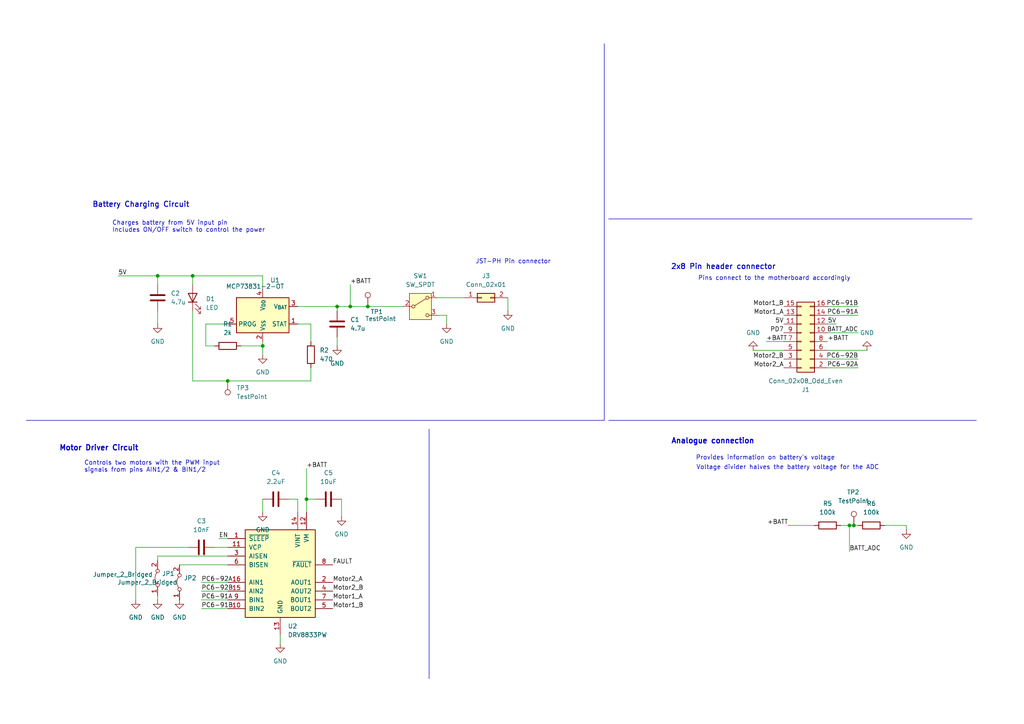
<source format=kicad_sch>
(kicad_sch
	(version 20231120)
	(generator "eeschema")
	(generator_version "8.0")
	(uuid "8594144b-492a-4402-b391-1c86fd34f8fe")
	(paper "A4")
	(title_block
		(title "Power Subsystem Schematic")
		(date "2024-03-24")
		(company "University of Cape Town")
		(comment 1 "@author: Timika Buthuram")
	)
	(lib_symbols
		(symbol "Battery_Management:MCP73831-2-OT"
			(exclude_from_sim no)
			(in_bom yes)
			(on_board yes)
			(property "Reference" "U"
				(at -7.62 6.35 0)
				(effects
					(font
						(size 1.27 1.27)
					)
					(justify left)
				)
			)
			(property "Value" "MCP73831-2-OT"
				(at 1.27 6.35 0)
				(effects
					(font
						(size 1.27 1.27)
					)
					(justify left)
				)
			)
			(property "Footprint" "Package_TO_SOT_SMD:SOT-23-5"
				(at 1.27 -6.35 0)
				(effects
					(font
						(size 1.27 1.27)
						(italic yes)
					)
					(justify left)
					(hide yes)
				)
			)
			(property "Datasheet" "http://ww1.microchip.com/downloads/en/DeviceDoc/20001984g.pdf"
				(at 0 -18.288 0)
				(effects
					(font
						(size 1.27 1.27)
					)
					(hide yes)
				)
			)
			(property "Description" "Single cell, Li-Ion/Li-Po charge management controller, 4.20V, Tri-State Status Output, in SOT23-5 package"
				(at 0 0 0)
				(effects
					(font
						(size 1.27 1.27)
					)
					(hide yes)
				)
			)
			(property "ki_keywords" "battery charger lithium"
				(at 0 0 0)
				(effects
					(font
						(size 1.27 1.27)
					)
					(hide yes)
				)
			)
			(property "ki_fp_filters" "SOT?23*"
				(at 0 0 0)
				(effects
					(font
						(size 1.27 1.27)
					)
					(hide yes)
				)
			)
			(symbol "MCP73831-2-OT_0_1"
				(rectangle
					(start -7.62 5.08)
					(end 7.62 -5.08)
					(stroke
						(width 0.254)
						(type default)
					)
					(fill
						(type background)
					)
				)
			)
			(symbol "MCP73831-2-OT_1_1"
				(pin tri_state line
					(at 10.16 -2.54 180)
					(length 2.54)
					(name "STAT"
						(effects
							(font
								(size 1.27 1.27)
							)
						)
					)
					(number "1"
						(effects
							(font
								(size 1.27 1.27)
							)
						)
					)
				)
				(pin power_in line
					(at 0 -7.62 90)
					(length 2.54)
					(name "V_{SS}"
						(effects
							(font
								(size 1.27 1.27)
							)
						)
					)
					(number "2"
						(effects
							(font
								(size 1.27 1.27)
							)
						)
					)
				)
				(pin power_out line
					(at 10.16 2.54 180)
					(length 2.54)
					(name "V_{BAT}"
						(effects
							(font
								(size 1.27 1.27)
							)
						)
					)
					(number "3"
						(effects
							(font
								(size 1.27 1.27)
							)
						)
					)
				)
				(pin power_in line
					(at 0 7.62 270)
					(length 2.54)
					(name "V_{DD}"
						(effects
							(font
								(size 1.27 1.27)
							)
						)
					)
					(number "4"
						(effects
							(font
								(size 1.27 1.27)
							)
						)
					)
				)
				(pin input line
					(at -10.16 -2.54 0)
					(length 2.54)
					(name "PROG"
						(effects
							(font
								(size 1.27 1.27)
							)
						)
					)
					(number "5"
						(effects
							(font
								(size 1.27 1.27)
							)
						)
					)
				)
			)
		)
		(symbol "Connector:TestPoint"
			(pin_numbers hide)
			(pin_names
				(offset 0.762) hide)
			(exclude_from_sim no)
			(in_bom yes)
			(on_board yes)
			(property "Reference" "TP"
				(at 0 6.858 0)
				(effects
					(font
						(size 1.27 1.27)
					)
				)
			)
			(property "Value" "TestPoint"
				(at 0 5.08 0)
				(effects
					(font
						(size 1.27 1.27)
					)
				)
			)
			(property "Footprint" ""
				(at 5.08 0 0)
				(effects
					(font
						(size 1.27 1.27)
					)
					(hide yes)
				)
			)
			(property "Datasheet" "~"
				(at 5.08 0 0)
				(effects
					(font
						(size 1.27 1.27)
					)
					(hide yes)
				)
			)
			(property "Description" "test point"
				(at 0 0 0)
				(effects
					(font
						(size 1.27 1.27)
					)
					(hide yes)
				)
			)
			(property "ki_keywords" "test point tp"
				(at 0 0 0)
				(effects
					(font
						(size 1.27 1.27)
					)
					(hide yes)
				)
			)
			(property "ki_fp_filters" "Pin* Test*"
				(at 0 0 0)
				(effects
					(font
						(size 1.27 1.27)
					)
					(hide yes)
				)
			)
			(symbol "TestPoint_0_1"
				(circle
					(center 0 3.302)
					(radius 0.762)
					(stroke
						(width 0)
						(type default)
					)
					(fill
						(type none)
					)
				)
			)
			(symbol "TestPoint_1_1"
				(pin passive line
					(at 0 0 90)
					(length 2.54)
					(name "1"
						(effects
							(font
								(size 1.27 1.27)
							)
						)
					)
					(number "1"
						(effects
							(font
								(size 1.27 1.27)
							)
						)
					)
				)
			)
		)
		(symbol "Connector_Generic:Conn_02x01"
			(pin_names
				(offset 1.016) hide)
			(exclude_from_sim no)
			(in_bom yes)
			(on_board yes)
			(property "Reference" "J"
				(at 1.27 2.54 0)
				(effects
					(font
						(size 1.27 1.27)
					)
				)
			)
			(property "Value" "Conn_02x01"
				(at 1.27 -2.54 0)
				(effects
					(font
						(size 1.27 1.27)
					)
				)
			)
			(property "Footprint" ""
				(at 0 0 0)
				(effects
					(font
						(size 1.27 1.27)
					)
					(hide yes)
				)
			)
			(property "Datasheet" "~"
				(at 0 0 0)
				(effects
					(font
						(size 1.27 1.27)
					)
					(hide yes)
				)
			)
			(property "Description" "Generic connector, double row, 02x01, this symbol is compatible with counter-clockwise, top-bottom and odd-even numbering schemes., script generated (kicad-library-utils/schlib/autogen/connector/)"
				(at 0 0 0)
				(effects
					(font
						(size 1.27 1.27)
					)
					(hide yes)
				)
			)
			(property "ki_keywords" "connector"
				(at 0 0 0)
				(effects
					(font
						(size 1.27 1.27)
					)
					(hide yes)
				)
			)
			(property "ki_fp_filters" "Connector*:*_2x??_*"
				(at 0 0 0)
				(effects
					(font
						(size 1.27 1.27)
					)
					(hide yes)
				)
			)
			(symbol "Conn_02x01_1_1"
				(rectangle
					(start -1.27 0.127)
					(end 0 -0.127)
					(stroke
						(width 0.1524)
						(type default)
					)
					(fill
						(type none)
					)
				)
				(rectangle
					(start -1.27 1.27)
					(end 3.81 -1.27)
					(stroke
						(width 0.254)
						(type default)
					)
					(fill
						(type background)
					)
				)
				(rectangle
					(start 3.81 0.127)
					(end 2.54 -0.127)
					(stroke
						(width 0.1524)
						(type default)
					)
					(fill
						(type none)
					)
				)
				(pin passive line
					(at -5.08 0 0)
					(length 3.81)
					(name "Pin_1"
						(effects
							(font
								(size 1.27 1.27)
							)
						)
					)
					(number "1"
						(effects
							(font
								(size 1.27 1.27)
							)
						)
					)
				)
				(pin passive line
					(at 7.62 0 180)
					(length 3.81)
					(name "Pin_2"
						(effects
							(font
								(size 1.27 1.27)
							)
						)
					)
					(number "2"
						(effects
							(font
								(size 1.27 1.27)
							)
						)
					)
				)
			)
		)
		(symbol "Connector_Generic:Conn_02x08_Odd_Even"
			(pin_names
				(offset 1.016) hide)
			(exclude_from_sim no)
			(in_bom yes)
			(on_board yes)
			(property "Reference" "J"
				(at 1.27 10.16 0)
				(effects
					(font
						(size 1.27 1.27)
					)
				)
			)
			(property "Value" "Conn_02x08_Odd_Even"
				(at 1.27 -12.7 0)
				(effects
					(font
						(size 1.27 1.27)
					)
				)
			)
			(property "Footprint" ""
				(at 0 0 0)
				(effects
					(font
						(size 1.27 1.27)
					)
					(hide yes)
				)
			)
			(property "Datasheet" "~"
				(at 0 0 0)
				(effects
					(font
						(size 1.27 1.27)
					)
					(hide yes)
				)
			)
			(property "Description" "Generic connector, double row, 02x08, odd/even pin numbering scheme (row 1 odd numbers, row 2 even numbers), script generated (kicad-library-utils/schlib/autogen/connector/)"
				(at 0 0 0)
				(effects
					(font
						(size 1.27 1.27)
					)
					(hide yes)
				)
			)
			(property "ki_keywords" "connector"
				(at 0 0 0)
				(effects
					(font
						(size 1.27 1.27)
					)
					(hide yes)
				)
			)
			(property "ki_fp_filters" "Connector*:*_2x??_*"
				(at 0 0 0)
				(effects
					(font
						(size 1.27 1.27)
					)
					(hide yes)
				)
			)
			(symbol "Conn_02x08_Odd_Even_1_1"
				(rectangle
					(start -1.27 -10.033)
					(end 0 -10.287)
					(stroke
						(width 0.1524)
						(type default)
					)
					(fill
						(type none)
					)
				)
				(rectangle
					(start -1.27 -7.493)
					(end 0 -7.747)
					(stroke
						(width 0.1524)
						(type default)
					)
					(fill
						(type none)
					)
				)
				(rectangle
					(start -1.27 -4.953)
					(end 0 -5.207)
					(stroke
						(width 0.1524)
						(type default)
					)
					(fill
						(type none)
					)
				)
				(rectangle
					(start -1.27 -2.413)
					(end 0 -2.667)
					(stroke
						(width 0.1524)
						(type default)
					)
					(fill
						(type none)
					)
				)
				(rectangle
					(start -1.27 0.127)
					(end 0 -0.127)
					(stroke
						(width 0.1524)
						(type default)
					)
					(fill
						(type none)
					)
				)
				(rectangle
					(start -1.27 2.667)
					(end 0 2.413)
					(stroke
						(width 0.1524)
						(type default)
					)
					(fill
						(type none)
					)
				)
				(rectangle
					(start -1.27 5.207)
					(end 0 4.953)
					(stroke
						(width 0.1524)
						(type default)
					)
					(fill
						(type none)
					)
				)
				(rectangle
					(start -1.27 7.747)
					(end 0 7.493)
					(stroke
						(width 0.1524)
						(type default)
					)
					(fill
						(type none)
					)
				)
				(rectangle
					(start -1.27 8.89)
					(end 3.81 -11.43)
					(stroke
						(width 0.254)
						(type default)
					)
					(fill
						(type background)
					)
				)
				(rectangle
					(start 3.81 -10.033)
					(end 2.54 -10.287)
					(stroke
						(width 0.1524)
						(type default)
					)
					(fill
						(type none)
					)
				)
				(rectangle
					(start 3.81 -7.493)
					(end 2.54 -7.747)
					(stroke
						(width 0.1524)
						(type default)
					)
					(fill
						(type none)
					)
				)
				(rectangle
					(start 3.81 -4.953)
					(end 2.54 -5.207)
					(stroke
						(width 0.1524)
						(type default)
					)
					(fill
						(type none)
					)
				)
				(rectangle
					(start 3.81 -2.413)
					(end 2.54 -2.667)
					(stroke
						(width 0.1524)
						(type default)
					)
					(fill
						(type none)
					)
				)
				(rectangle
					(start 3.81 0.127)
					(end 2.54 -0.127)
					(stroke
						(width 0.1524)
						(type default)
					)
					(fill
						(type none)
					)
				)
				(rectangle
					(start 3.81 2.667)
					(end 2.54 2.413)
					(stroke
						(width 0.1524)
						(type default)
					)
					(fill
						(type none)
					)
				)
				(rectangle
					(start 3.81 5.207)
					(end 2.54 4.953)
					(stroke
						(width 0.1524)
						(type default)
					)
					(fill
						(type none)
					)
				)
				(rectangle
					(start 3.81 7.747)
					(end 2.54 7.493)
					(stroke
						(width 0.1524)
						(type default)
					)
					(fill
						(type none)
					)
				)
				(pin passive line
					(at -5.08 7.62 0)
					(length 3.81)
					(name "Pin_1"
						(effects
							(font
								(size 1.27 1.27)
							)
						)
					)
					(number "1"
						(effects
							(font
								(size 1.27 1.27)
							)
						)
					)
				)
				(pin passive line
					(at 7.62 -2.54 180)
					(length 3.81)
					(name "Pin_10"
						(effects
							(font
								(size 1.27 1.27)
							)
						)
					)
					(number "10"
						(effects
							(font
								(size 1.27 1.27)
							)
						)
					)
				)
				(pin passive line
					(at -5.08 -5.08 0)
					(length 3.81)
					(name "Pin_11"
						(effects
							(font
								(size 1.27 1.27)
							)
						)
					)
					(number "11"
						(effects
							(font
								(size 1.27 1.27)
							)
						)
					)
				)
				(pin passive line
					(at 7.62 -5.08 180)
					(length 3.81)
					(name "Pin_12"
						(effects
							(font
								(size 1.27 1.27)
							)
						)
					)
					(number "12"
						(effects
							(font
								(size 1.27 1.27)
							)
						)
					)
				)
				(pin passive line
					(at -5.08 -7.62 0)
					(length 3.81)
					(name "Pin_13"
						(effects
							(font
								(size 1.27 1.27)
							)
						)
					)
					(number "13"
						(effects
							(font
								(size 1.27 1.27)
							)
						)
					)
				)
				(pin passive line
					(at 7.62 -7.62 180)
					(length 3.81)
					(name "Pin_14"
						(effects
							(font
								(size 1.27 1.27)
							)
						)
					)
					(number "14"
						(effects
							(font
								(size 1.27 1.27)
							)
						)
					)
				)
				(pin passive line
					(at -5.08 -10.16 0)
					(length 3.81)
					(name "Pin_15"
						(effects
							(font
								(size 1.27 1.27)
							)
						)
					)
					(number "15"
						(effects
							(font
								(size 1.27 1.27)
							)
						)
					)
				)
				(pin passive line
					(at 7.62 -10.16 180)
					(length 3.81)
					(name "Pin_16"
						(effects
							(font
								(size 1.27 1.27)
							)
						)
					)
					(number "16"
						(effects
							(font
								(size 1.27 1.27)
							)
						)
					)
				)
				(pin passive line
					(at 7.62 7.62 180)
					(length 3.81)
					(name "Pin_2"
						(effects
							(font
								(size 1.27 1.27)
							)
						)
					)
					(number "2"
						(effects
							(font
								(size 1.27 1.27)
							)
						)
					)
				)
				(pin passive line
					(at -5.08 5.08 0)
					(length 3.81)
					(name "Pin_3"
						(effects
							(font
								(size 1.27 1.27)
							)
						)
					)
					(number "3"
						(effects
							(font
								(size 1.27 1.27)
							)
						)
					)
				)
				(pin passive line
					(at 7.62 5.08 180)
					(length 3.81)
					(name "Pin_4"
						(effects
							(font
								(size 1.27 1.27)
							)
						)
					)
					(number "4"
						(effects
							(font
								(size 1.27 1.27)
							)
						)
					)
				)
				(pin passive line
					(at -5.08 2.54 0)
					(length 3.81)
					(name "Pin_5"
						(effects
							(font
								(size 1.27 1.27)
							)
						)
					)
					(number "5"
						(effects
							(font
								(size 1.27 1.27)
							)
						)
					)
				)
				(pin passive line
					(at 7.62 2.54 180)
					(length 3.81)
					(name "Pin_6"
						(effects
							(font
								(size 1.27 1.27)
							)
						)
					)
					(number "6"
						(effects
							(font
								(size 1.27 1.27)
							)
						)
					)
				)
				(pin passive line
					(at -5.08 0 0)
					(length 3.81)
					(name "Pin_7"
						(effects
							(font
								(size 1.27 1.27)
							)
						)
					)
					(number "7"
						(effects
							(font
								(size 1.27 1.27)
							)
						)
					)
				)
				(pin passive line
					(at 7.62 0 180)
					(length 3.81)
					(name "Pin_8"
						(effects
							(font
								(size 1.27 1.27)
							)
						)
					)
					(number "8"
						(effects
							(font
								(size 1.27 1.27)
							)
						)
					)
				)
				(pin passive line
					(at -5.08 -2.54 0)
					(length 3.81)
					(name "Pin_9"
						(effects
							(font
								(size 1.27 1.27)
							)
						)
					)
					(number "9"
						(effects
							(font
								(size 1.27 1.27)
							)
						)
					)
				)
			)
		)
		(symbol "Device:C"
			(pin_numbers hide)
			(pin_names
				(offset 0.254)
			)
			(exclude_from_sim no)
			(in_bom yes)
			(on_board yes)
			(property "Reference" "C"
				(at 0.635 2.54 0)
				(effects
					(font
						(size 1.27 1.27)
					)
					(justify left)
				)
			)
			(property "Value" "C"
				(at 0.635 -2.54 0)
				(effects
					(font
						(size 1.27 1.27)
					)
					(justify left)
				)
			)
			(property "Footprint" ""
				(at 0.9652 -3.81 0)
				(effects
					(font
						(size 1.27 1.27)
					)
					(hide yes)
				)
			)
			(property "Datasheet" "~"
				(at 0 0 0)
				(effects
					(font
						(size 1.27 1.27)
					)
					(hide yes)
				)
			)
			(property "Description" "Unpolarized capacitor"
				(at 0 0 0)
				(effects
					(font
						(size 1.27 1.27)
					)
					(hide yes)
				)
			)
			(property "ki_keywords" "cap capacitor"
				(at 0 0 0)
				(effects
					(font
						(size 1.27 1.27)
					)
					(hide yes)
				)
			)
			(property "ki_fp_filters" "C_*"
				(at 0 0 0)
				(effects
					(font
						(size 1.27 1.27)
					)
					(hide yes)
				)
			)
			(symbol "C_0_1"
				(polyline
					(pts
						(xy -2.032 -0.762) (xy 2.032 -0.762)
					)
					(stroke
						(width 0.508)
						(type default)
					)
					(fill
						(type none)
					)
				)
				(polyline
					(pts
						(xy -2.032 0.762) (xy 2.032 0.762)
					)
					(stroke
						(width 0.508)
						(type default)
					)
					(fill
						(type none)
					)
				)
			)
			(symbol "C_1_1"
				(pin passive line
					(at 0 3.81 270)
					(length 2.794)
					(name "~"
						(effects
							(font
								(size 1.27 1.27)
							)
						)
					)
					(number "1"
						(effects
							(font
								(size 1.27 1.27)
							)
						)
					)
				)
				(pin passive line
					(at 0 -3.81 90)
					(length 2.794)
					(name "~"
						(effects
							(font
								(size 1.27 1.27)
							)
						)
					)
					(number "2"
						(effects
							(font
								(size 1.27 1.27)
							)
						)
					)
				)
			)
		)
		(symbol "Device:LED"
			(pin_numbers hide)
			(pin_names
				(offset 1.016) hide)
			(exclude_from_sim no)
			(in_bom yes)
			(on_board yes)
			(property "Reference" "D"
				(at 0 2.54 0)
				(effects
					(font
						(size 1.27 1.27)
					)
				)
			)
			(property "Value" "LED"
				(at 0 -2.54 0)
				(effects
					(font
						(size 1.27 1.27)
					)
				)
			)
			(property "Footprint" ""
				(at 0 0 0)
				(effects
					(font
						(size 1.27 1.27)
					)
					(hide yes)
				)
			)
			(property "Datasheet" "~"
				(at 0 0 0)
				(effects
					(font
						(size 1.27 1.27)
					)
					(hide yes)
				)
			)
			(property "Description" "Light emitting diode"
				(at 0 0 0)
				(effects
					(font
						(size 1.27 1.27)
					)
					(hide yes)
				)
			)
			(property "ki_keywords" "LED diode"
				(at 0 0 0)
				(effects
					(font
						(size 1.27 1.27)
					)
					(hide yes)
				)
			)
			(property "ki_fp_filters" "LED* LED_SMD:* LED_THT:*"
				(at 0 0 0)
				(effects
					(font
						(size 1.27 1.27)
					)
					(hide yes)
				)
			)
			(symbol "LED_0_1"
				(polyline
					(pts
						(xy -1.27 -1.27) (xy -1.27 1.27)
					)
					(stroke
						(width 0.254)
						(type default)
					)
					(fill
						(type none)
					)
				)
				(polyline
					(pts
						(xy -1.27 0) (xy 1.27 0)
					)
					(stroke
						(width 0)
						(type default)
					)
					(fill
						(type none)
					)
				)
				(polyline
					(pts
						(xy 1.27 -1.27) (xy 1.27 1.27) (xy -1.27 0) (xy 1.27 -1.27)
					)
					(stroke
						(width 0.254)
						(type default)
					)
					(fill
						(type none)
					)
				)
				(polyline
					(pts
						(xy -3.048 -0.762) (xy -4.572 -2.286) (xy -3.81 -2.286) (xy -4.572 -2.286) (xy -4.572 -1.524)
					)
					(stroke
						(width 0)
						(type default)
					)
					(fill
						(type none)
					)
				)
				(polyline
					(pts
						(xy -1.778 -0.762) (xy -3.302 -2.286) (xy -2.54 -2.286) (xy -3.302 -2.286) (xy -3.302 -1.524)
					)
					(stroke
						(width 0)
						(type default)
					)
					(fill
						(type none)
					)
				)
			)
			(symbol "LED_1_1"
				(pin passive line
					(at -3.81 0 0)
					(length 2.54)
					(name "K"
						(effects
							(font
								(size 1.27 1.27)
							)
						)
					)
					(number "1"
						(effects
							(font
								(size 1.27 1.27)
							)
						)
					)
				)
				(pin passive line
					(at 3.81 0 180)
					(length 2.54)
					(name "A"
						(effects
							(font
								(size 1.27 1.27)
							)
						)
					)
					(number "2"
						(effects
							(font
								(size 1.27 1.27)
							)
						)
					)
				)
			)
		)
		(symbol "Device:R"
			(pin_numbers hide)
			(pin_names
				(offset 0)
			)
			(exclude_from_sim no)
			(in_bom yes)
			(on_board yes)
			(property "Reference" "R"
				(at 2.032 0 90)
				(effects
					(font
						(size 1.27 1.27)
					)
				)
			)
			(property "Value" "R"
				(at 0 0 90)
				(effects
					(font
						(size 1.27 1.27)
					)
				)
			)
			(property "Footprint" ""
				(at -1.778 0 90)
				(effects
					(font
						(size 1.27 1.27)
					)
					(hide yes)
				)
			)
			(property "Datasheet" "~"
				(at 0 0 0)
				(effects
					(font
						(size 1.27 1.27)
					)
					(hide yes)
				)
			)
			(property "Description" "Resistor"
				(at 0 0 0)
				(effects
					(font
						(size 1.27 1.27)
					)
					(hide yes)
				)
			)
			(property "ki_keywords" "R res resistor"
				(at 0 0 0)
				(effects
					(font
						(size 1.27 1.27)
					)
					(hide yes)
				)
			)
			(property "ki_fp_filters" "R_*"
				(at 0 0 0)
				(effects
					(font
						(size 1.27 1.27)
					)
					(hide yes)
				)
			)
			(symbol "R_0_1"
				(rectangle
					(start -1.016 -2.54)
					(end 1.016 2.54)
					(stroke
						(width 0.254)
						(type default)
					)
					(fill
						(type none)
					)
				)
			)
			(symbol "R_1_1"
				(pin passive line
					(at 0 3.81 270)
					(length 1.27)
					(name "~"
						(effects
							(font
								(size 1.27 1.27)
							)
						)
					)
					(number "1"
						(effects
							(font
								(size 1.27 1.27)
							)
						)
					)
				)
				(pin passive line
					(at 0 -3.81 90)
					(length 1.27)
					(name "~"
						(effects
							(font
								(size 1.27 1.27)
							)
						)
					)
					(number "2"
						(effects
							(font
								(size 1.27 1.27)
							)
						)
					)
				)
			)
		)
		(symbol "Driver_Motor:DRV8833PW"
			(pin_names
				(offset 1.016)
			)
			(exclude_from_sim no)
			(in_bom yes)
			(on_board yes)
			(property "Reference" "U"
				(at -3.81 16.51 0)
				(effects
					(font
						(size 1.27 1.27)
					)
				)
			)
			(property "Value" "DRV8833PW"
				(at -3.81 13.97 0)
				(effects
					(font
						(size 1.27 1.27)
					)
				)
			)
			(property "Footprint" "Package_SO:TSSOP-16_4.4x5mm_P0.65mm"
				(at 5.08 -17.78 0)
				(effects
					(font
						(size 1.27 1.27)
					)
					(justify left)
					(hide yes)
				)
			)
			(property "Datasheet" "http://www.ti.com/lit/ds/symlink/drv8833.pdf"
				(at 5.08 -20.32 0)
				(effects
					(font
						(size 1.27 1.27)
					)
					(justify left)
					(hide yes)
				)
			)
			(property "Description" "Dual H-Bridge Motor Driver, TSSOP-16"
				(at 0 0 0)
				(effects
					(font
						(size 1.27 1.27)
					)
					(hide yes)
				)
			)
			(property "ki_keywords" "H-bridge motor driver"
				(at 0 0 0)
				(effects
					(font
						(size 1.27 1.27)
					)
					(hide yes)
				)
			)
			(property "ki_fp_filters" "TSSOP-16*4.4x5mm*P0.65mm*"
				(at 0 0 0)
				(effects
					(font
						(size 1.27 1.27)
					)
					(hide yes)
				)
			)
			(symbol "DRV8833PW_0_1"
				(rectangle
					(start -10.16 12.7)
					(end 10.16 -12.7)
					(stroke
						(width 0.254)
						(type default)
					)
					(fill
						(type background)
					)
				)
			)
			(symbol "DRV8833PW_1_1"
				(pin input line
					(at -15.24 10.16 0)
					(length 5.08)
					(name "~{SLEEP}"
						(effects
							(font
								(size 1.27 1.27)
							)
						)
					)
					(number "1"
						(effects
							(font
								(size 1.27 1.27)
							)
						)
					)
				)
				(pin input line
					(at -15.24 -10.16 0)
					(length 5.08)
					(name "BIN2"
						(effects
							(font
								(size 1.27 1.27)
							)
						)
					)
					(number "10"
						(effects
							(font
								(size 1.27 1.27)
							)
						)
					)
				)
				(pin bidirectional line
					(at -15.24 7.62 0)
					(length 5.08)
					(name "VCP"
						(effects
							(font
								(size 1.27 1.27)
							)
						)
					)
					(number "11"
						(effects
							(font
								(size 1.27 1.27)
							)
						)
					)
				)
				(pin power_in line
					(at 7.62 17.78 270)
					(length 5.08)
					(name "VM"
						(effects
							(font
								(size 1.27 1.27)
							)
						)
					)
					(number "12"
						(effects
							(font
								(size 1.27 1.27)
							)
						)
					)
				)
				(pin power_in line
					(at 0 -17.78 90)
					(length 5.08)
					(name "GND"
						(effects
							(font
								(size 1.27 1.27)
							)
						)
					)
					(number "13"
						(effects
							(font
								(size 1.27 1.27)
							)
						)
					)
				)
				(pin power_in line
					(at 5.08 17.78 270)
					(length 5.08)
					(name "VINT"
						(effects
							(font
								(size 1.27 1.27)
							)
						)
					)
					(number "14"
						(effects
							(font
								(size 1.27 1.27)
							)
						)
					)
				)
				(pin input line
					(at -15.24 -5.08 0)
					(length 5.08)
					(name "AIN2"
						(effects
							(font
								(size 1.27 1.27)
							)
						)
					)
					(number "15"
						(effects
							(font
								(size 1.27 1.27)
							)
						)
					)
				)
				(pin input line
					(at -15.24 -2.54 0)
					(length 5.08)
					(name "AIN1"
						(effects
							(font
								(size 1.27 1.27)
							)
						)
					)
					(number "16"
						(effects
							(font
								(size 1.27 1.27)
							)
						)
					)
				)
				(pin power_out line
					(at 15.24 -2.54 180)
					(length 5.08)
					(name "AOUT1"
						(effects
							(font
								(size 1.27 1.27)
							)
						)
					)
					(number "2"
						(effects
							(font
								(size 1.27 1.27)
							)
						)
					)
				)
				(pin bidirectional line
					(at -15.24 5.08 0)
					(length 5.08)
					(name "AISEN"
						(effects
							(font
								(size 1.27 1.27)
							)
						)
					)
					(number "3"
						(effects
							(font
								(size 1.27 1.27)
							)
						)
					)
				)
				(pin power_out line
					(at 15.24 -5.08 180)
					(length 5.08)
					(name "AOUT2"
						(effects
							(font
								(size 1.27 1.27)
							)
						)
					)
					(number "4"
						(effects
							(font
								(size 1.27 1.27)
							)
						)
					)
				)
				(pin power_out line
					(at 15.24 -10.16 180)
					(length 5.08)
					(name "BOUT2"
						(effects
							(font
								(size 1.27 1.27)
							)
						)
					)
					(number "5"
						(effects
							(font
								(size 1.27 1.27)
							)
						)
					)
				)
				(pin bidirectional line
					(at -15.24 2.54 0)
					(length 5.08)
					(name "BISEN"
						(effects
							(font
								(size 1.27 1.27)
							)
						)
					)
					(number "6"
						(effects
							(font
								(size 1.27 1.27)
							)
						)
					)
				)
				(pin power_out line
					(at 15.24 -7.62 180)
					(length 5.08)
					(name "BOUT1"
						(effects
							(font
								(size 1.27 1.27)
							)
						)
					)
					(number "7"
						(effects
							(font
								(size 1.27 1.27)
							)
						)
					)
				)
				(pin open_collector line
					(at 15.24 2.54 180)
					(length 5.08)
					(name "~{FAULT}"
						(effects
							(font
								(size 1.27 1.27)
							)
						)
					)
					(number "8"
						(effects
							(font
								(size 1.27 1.27)
							)
						)
					)
				)
				(pin input line
					(at -15.24 -7.62 0)
					(length 5.08)
					(name "BIN1"
						(effects
							(font
								(size 1.27 1.27)
							)
						)
					)
					(number "9"
						(effects
							(font
								(size 1.27 1.27)
							)
						)
					)
				)
			)
		)
		(symbol "Jumper:Jumper_2_Bridged"
			(pin_names
				(offset 0) hide)
			(exclude_from_sim no)
			(in_bom yes)
			(on_board yes)
			(property "Reference" "JP"
				(at 0 1.905 0)
				(effects
					(font
						(size 1.27 1.27)
					)
				)
			)
			(property "Value" "Jumper_2_Bridged"
				(at 0 -2.54 0)
				(effects
					(font
						(size 1.27 1.27)
					)
				)
			)
			(property "Footprint" ""
				(at 0 0 0)
				(effects
					(font
						(size 1.27 1.27)
					)
					(hide yes)
				)
			)
			(property "Datasheet" "~"
				(at 0 0 0)
				(effects
					(font
						(size 1.27 1.27)
					)
					(hide yes)
				)
			)
			(property "Description" "Jumper, 2-pole, closed/bridged"
				(at 0 0 0)
				(effects
					(font
						(size 1.27 1.27)
					)
					(hide yes)
				)
			)
			(property "ki_keywords" "Jumper SPST"
				(at 0 0 0)
				(effects
					(font
						(size 1.27 1.27)
					)
					(hide yes)
				)
			)
			(property "ki_fp_filters" "Jumper* TestPoint*2Pads* TestPoint*Bridge*"
				(at 0 0 0)
				(effects
					(font
						(size 1.27 1.27)
					)
					(hide yes)
				)
			)
			(symbol "Jumper_2_Bridged_0_0"
				(circle
					(center -2.032 0)
					(radius 0.508)
					(stroke
						(width 0)
						(type default)
					)
					(fill
						(type none)
					)
				)
				(circle
					(center 2.032 0)
					(radius 0.508)
					(stroke
						(width 0)
						(type default)
					)
					(fill
						(type none)
					)
				)
			)
			(symbol "Jumper_2_Bridged_0_1"
				(arc
					(start 1.524 0.254)
					(mid 0 0.762)
					(end -1.524 0.254)
					(stroke
						(width 0)
						(type default)
					)
					(fill
						(type none)
					)
				)
			)
			(symbol "Jumper_2_Bridged_1_1"
				(pin passive line
					(at -5.08 0 0)
					(length 2.54)
					(name "A"
						(effects
							(font
								(size 1.27 1.27)
							)
						)
					)
					(number "1"
						(effects
							(font
								(size 1.27 1.27)
							)
						)
					)
				)
				(pin passive line
					(at 5.08 0 180)
					(length 2.54)
					(name "B"
						(effects
							(font
								(size 1.27 1.27)
							)
						)
					)
					(number "2"
						(effects
							(font
								(size 1.27 1.27)
							)
						)
					)
				)
			)
		)
		(symbol "Switch:SW_SPDT"
			(pin_names
				(offset 0) hide)
			(exclude_from_sim no)
			(in_bom yes)
			(on_board yes)
			(property "Reference" "SW"
				(at 0 5.08 0)
				(effects
					(font
						(size 1.27 1.27)
					)
				)
			)
			(property "Value" "SW_SPDT"
				(at 0 -5.08 0)
				(effects
					(font
						(size 1.27 1.27)
					)
				)
			)
			(property "Footprint" ""
				(at 0 0 0)
				(effects
					(font
						(size 1.27 1.27)
					)
					(hide yes)
				)
			)
			(property "Datasheet" "~"
				(at 0 -7.62 0)
				(effects
					(font
						(size 1.27 1.27)
					)
					(hide yes)
				)
			)
			(property "Description" "Switch, single pole double throw"
				(at 0 0 0)
				(effects
					(font
						(size 1.27 1.27)
					)
					(hide yes)
				)
			)
			(property "ki_keywords" "switch single-pole double-throw spdt ON-ON"
				(at 0 0 0)
				(effects
					(font
						(size 1.27 1.27)
					)
					(hide yes)
				)
			)
			(symbol "SW_SPDT_0_1"
				(circle
					(center -2.032 0)
					(radius 0.4572)
					(stroke
						(width 0)
						(type default)
					)
					(fill
						(type none)
					)
				)
				(polyline
					(pts
						(xy -1.651 0.254) (xy 1.651 2.286)
					)
					(stroke
						(width 0)
						(type default)
					)
					(fill
						(type none)
					)
				)
				(circle
					(center 2.032 -2.54)
					(radius 0.4572)
					(stroke
						(width 0)
						(type default)
					)
					(fill
						(type none)
					)
				)
				(circle
					(center 2.032 2.54)
					(radius 0.4572)
					(stroke
						(width 0)
						(type default)
					)
					(fill
						(type none)
					)
				)
			)
			(symbol "SW_SPDT_1_1"
				(rectangle
					(start -3.175 3.81)
					(end 3.175 -3.81)
					(stroke
						(width 0)
						(type default)
					)
					(fill
						(type background)
					)
				)
				(pin passive line
					(at 5.08 2.54 180)
					(length 2.54)
					(name "A"
						(effects
							(font
								(size 1.27 1.27)
							)
						)
					)
					(number "1"
						(effects
							(font
								(size 1.27 1.27)
							)
						)
					)
				)
				(pin passive line
					(at -5.08 0 0)
					(length 2.54)
					(name "B"
						(effects
							(font
								(size 1.27 1.27)
							)
						)
					)
					(number "2"
						(effects
							(font
								(size 1.27 1.27)
							)
						)
					)
				)
				(pin passive line
					(at 5.08 -2.54 180)
					(length 2.54)
					(name "C"
						(effects
							(font
								(size 1.27 1.27)
							)
						)
					)
					(number "3"
						(effects
							(font
								(size 1.27 1.27)
							)
						)
					)
				)
			)
		)
		(symbol "power:GND"
			(power)
			(pin_numbers hide)
			(pin_names
				(offset 0) hide)
			(exclude_from_sim no)
			(in_bom yes)
			(on_board yes)
			(property "Reference" "#PWR"
				(at 0 -6.35 0)
				(effects
					(font
						(size 1.27 1.27)
					)
					(hide yes)
				)
			)
			(property "Value" "GND"
				(at 0 -3.81 0)
				(effects
					(font
						(size 1.27 1.27)
					)
				)
			)
			(property "Footprint" ""
				(at 0 0 0)
				(effects
					(font
						(size 1.27 1.27)
					)
					(hide yes)
				)
			)
			(property "Datasheet" ""
				(at 0 0 0)
				(effects
					(font
						(size 1.27 1.27)
					)
					(hide yes)
				)
			)
			(property "Description" "Power symbol creates a global label with name \"GND\" , ground"
				(at 0 0 0)
				(effects
					(font
						(size 1.27 1.27)
					)
					(hide yes)
				)
			)
			(property "ki_keywords" "global power"
				(at 0 0 0)
				(effects
					(font
						(size 1.27 1.27)
					)
					(hide yes)
				)
			)
			(symbol "GND_0_1"
				(polyline
					(pts
						(xy 0 0) (xy 0 -1.27) (xy 1.27 -1.27) (xy 0 -2.54) (xy -1.27 -1.27) (xy 0 -1.27)
					)
					(stroke
						(width 0)
						(type default)
					)
					(fill
						(type none)
					)
				)
			)
			(symbol "GND_1_1"
				(pin power_in line
					(at 0 0 270)
					(length 0)
					(name "~"
						(effects
							(font
								(size 1.27 1.27)
							)
						)
					)
					(number "1"
						(effects
							(font
								(size 1.27 1.27)
							)
						)
					)
				)
			)
		)
	)
	(junction
		(at 66.04 110.49)
		(diameter 0)
		(color 0 0 0 0)
		(uuid "118c05be-aa33-4df0-a566-7eeb62383557")
	)
	(junction
		(at 247.65 152.4)
		(diameter 0)
		(color 0 0 0 0)
		(uuid "215ef6dc-e0ae-4d7d-a20d-34a429c94a1f")
	)
	(junction
		(at 101.6 88.9)
		(diameter 0)
		(color 0 0 0 0)
		(uuid "244beb1d-53cf-46f2-b773-ea12c77cfe3d")
	)
	(junction
		(at 106.68 88.9)
		(diameter 0)
		(color 0 0 0 0)
		(uuid "2d29981e-f060-40d3-8ee3-de8dd23a87fa")
	)
	(junction
		(at 246.38 152.4)
		(diameter 0)
		(color 0 0 0 0)
		(uuid "69dc10d0-f2e2-4ad0-aa0e-fd56e8875878")
	)
	(junction
		(at 88.9 144.78)
		(diameter 0)
		(color 0 0 0 0)
		(uuid "775fbaf4-cccb-4ff6-8261-ef01b5efa873")
	)
	(junction
		(at 97.79 88.9)
		(diameter 0)
		(color 0 0 0 0)
		(uuid "84de4418-0fa2-4197-b95f-77b96cdc4679")
	)
	(junction
		(at 76.2 100.33)
		(diameter 0)
		(color 0 0 0 0)
		(uuid "9c99444d-3178-44f0-a55c-3c3ef290dbf1")
	)
	(junction
		(at 45.72 80.01)
		(diameter 0)
		(color 0 0 0 0)
		(uuid "e7679006-bda4-4130-bb54-83aa8aa2f0c0")
	)
	(junction
		(at 55.88 80.01)
		(diameter 0)
		(color 0 0 0 0)
		(uuid "f977d8c4-d5ff-498a-bc68-8a01426a8743")
	)
	(wire
		(pts
			(xy 248.92 96.52) (xy 240.03 96.52)
		)
		(stroke
			(width 0)
			(type default)
		)
		(uuid "095acb06-7f84-4387-a117-375439d0e782")
	)
	(wire
		(pts
			(xy 243.84 152.4) (xy 246.38 152.4)
		)
		(stroke
			(width 0)
			(type default)
		)
		(uuid "0a5566db-f0d1-40ff-b810-703255aab2cf")
	)
	(wire
		(pts
			(xy 242.57 93.98) (xy 240.03 93.98)
		)
		(stroke
			(width 0)
			(type default)
		)
		(uuid "135ae56a-9974-44fb-87da-e21804067646")
	)
	(polyline
		(pts
			(xy 124.46 124.46) (xy 124.46 196.85)
		)
		(stroke
			(width 0)
			(type default)
		)
		(uuid "166a3ec0-f9ab-4115-b7e7-85417dd2e6d0")
	)
	(wire
		(pts
			(xy 227.33 101.6) (xy 218.44 101.6)
		)
		(stroke
			(width 0)
			(type default)
		)
		(uuid "17d3ddec-a124-45c1-9b36-86b23170439f")
	)
	(wire
		(pts
			(xy 88.9 144.78) (xy 91.44 144.78)
		)
		(stroke
			(width 0)
			(type default)
		)
		(uuid "18c414f1-4e78-4787-814f-98767a83e7d7")
	)
	(wire
		(pts
			(xy 45.72 172.72) (xy 45.72 173.99)
		)
		(stroke
			(width 0)
			(type default)
		)
		(uuid "1d185561-86ac-4ad0-925c-c4256a663e29")
	)
	(wire
		(pts
			(xy 39.37 158.75) (xy 54.61 158.75)
		)
		(stroke
			(width 0)
			(type default)
		)
		(uuid "2cc94a09-0a48-4fe2-b85d-762c3a817e08")
	)
	(wire
		(pts
			(xy 59.69 93.98) (xy 66.04 93.98)
		)
		(stroke
			(width 0)
			(type default)
		)
		(uuid "2ccb70e1-d100-4f57-b477-2e19cd363cda")
	)
	(wire
		(pts
			(xy 45.72 90.17) (xy 45.72 93.98)
		)
		(stroke
			(width 0)
			(type default)
		)
		(uuid "2d9f273a-291b-4d16-a85d-24f56678a2be")
	)
	(wire
		(pts
			(xy 101.6 82.55) (xy 101.6 88.9)
		)
		(stroke
			(width 0)
			(type default)
		)
		(uuid "2e47675a-6e40-4e1e-b7cd-6c7e57193bea")
	)
	(wire
		(pts
			(xy 69.85 100.33) (xy 76.2 100.33)
		)
		(stroke
			(width 0)
			(type default)
		)
		(uuid "2f21bea0-b010-434e-9925-7b0a00f49da4")
	)
	(wire
		(pts
			(xy 58.42 173.99) (xy 66.04 173.99)
		)
		(stroke
			(width 0)
			(type default)
		)
		(uuid "31d8c467-fbb2-4656-9f9e-a533b1725039")
	)
	(polyline
		(pts
			(xy 7.62 121.92) (xy 175.26 121.92)
		)
		(stroke
			(width 0)
			(type default)
		)
		(uuid "3794e57c-8d55-4ffc-96b0-a996845a3e9b")
	)
	(wire
		(pts
			(xy 76.2 80.01) (xy 76.2 83.82)
		)
		(stroke
			(width 0)
			(type default)
		)
		(uuid "3807228a-9381-47b0-947a-e95dece4e319")
	)
	(wire
		(pts
			(xy 101.6 88.9) (xy 106.68 88.9)
		)
		(stroke
			(width 0)
			(type default)
		)
		(uuid "4362580c-c10a-43e0-b815-d2cf88ea0f8e")
	)
	(wire
		(pts
			(xy 62.23 100.33) (xy 59.69 100.33)
		)
		(stroke
			(width 0)
			(type default)
		)
		(uuid "4417c98c-9598-4093-a88d-f1225dcff43b")
	)
	(wire
		(pts
			(xy 127 86.36) (xy 134.62 86.36)
		)
		(stroke
			(width 0)
			(type default)
		)
		(uuid "457fa76d-b709-4ac7-ba99-5dc85da4528c")
	)
	(wire
		(pts
			(xy 55.88 90.17) (xy 55.88 110.49)
		)
		(stroke
			(width 0)
			(type default)
		)
		(uuid "4bf79a3b-481e-4e77-9a4c-7ffa5726f52c")
	)
	(wire
		(pts
			(xy 76.2 100.33) (xy 76.2 102.87)
		)
		(stroke
			(width 0)
			(type default)
		)
		(uuid "4f31b0f3-7dec-4e06-a01d-dc95e5ef96d6")
	)
	(wire
		(pts
			(xy 127 91.44) (xy 129.54 91.44)
		)
		(stroke
			(width 0)
			(type default)
		)
		(uuid "503dbd77-3499-4dcb-a574-84e5250d526a")
	)
	(wire
		(pts
			(xy 247.65 152.4) (xy 248.92 152.4)
		)
		(stroke
			(width 0)
			(type default)
		)
		(uuid "596fa9b2-e968-42ae-bd12-8ec0840d76c6")
	)
	(wire
		(pts
			(xy 76.2 144.78) (xy 76.2 148.59)
		)
		(stroke
			(width 0)
			(type default)
		)
		(uuid "604b20f5-ffc2-49e2-a8fc-8c9ccebf81a2")
	)
	(wire
		(pts
			(xy 251.46 101.6) (xy 240.03 101.6)
		)
		(stroke
			(width 0)
			(type default)
		)
		(uuid "63f25cb1-825b-420b-9651-3f8e9a035eae")
	)
	(wire
		(pts
			(xy 147.32 86.36) (xy 147.32 90.17)
		)
		(stroke
			(width 0)
			(type default)
		)
		(uuid "64709d0f-b36f-46bf-97f4-c71303c1ba7a")
	)
	(wire
		(pts
			(xy 55.88 80.01) (xy 76.2 80.01)
		)
		(stroke
			(width 0)
			(type default)
		)
		(uuid "6553bdd3-2e7b-464b-bb40-ab215416c446")
	)
	(wire
		(pts
			(xy 248.92 88.9) (xy 240.03 88.9)
		)
		(stroke
			(width 0)
			(type default)
		)
		(uuid "6836f803-f709-4fef-b2b2-177099571665")
	)
	(wire
		(pts
			(xy 97.79 97.79) (xy 97.79 100.33)
		)
		(stroke
			(width 0)
			(type default)
		)
		(uuid "698df345-ea51-409b-ad47-eb3e36686ec6")
	)
	(wire
		(pts
			(xy 81.28 184.15) (xy 81.28 186.69)
		)
		(stroke
			(width 0)
			(type default)
		)
		(uuid "715593d3-af50-4dc0-9068-e41978857bea")
	)
	(wire
		(pts
			(xy 222.25 99.06) (xy 227.33 99.06)
		)
		(stroke
			(width 0)
			(type default)
		)
		(uuid "7b515b89-a480-4683-bd45-c30bc4ca6126")
	)
	(wire
		(pts
			(xy 66.04 110.49) (xy 90.17 110.49)
		)
		(stroke
			(width 0)
			(type default)
		)
		(uuid "7ccce144-a8f8-41f4-be57-04e28d4288f2")
	)
	(polyline
		(pts
			(xy 176.53 121.92) (xy 283.21 121.92)
		)
		(stroke
			(width 0)
			(type default)
		)
		(uuid "80267a9d-f642-4e5a-9999-1e0931a7bccb")
	)
	(wire
		(pts
			(xy 34.29 80.01) (xy 45.72 80.01)
		)
		(stroke
			(width 0)
			(type default)
		)
		(uuid "872ea9bc-d9f9-44d5-a807-5f6aa2b229c0")
	)
	(wire
		(pts
			(xy 248.92 106.68) (xy 240.03 106.68)
		)
		(stroke
			(width 0)
			(type default)
		)
		(uuid "891d74aa-a348-43ad-91b1-8f1b5925dc22")
	)
	(wire
		(pts
			(xy 66.04 161.29) (xy 45.72 161.29)
		)
		(stroke
			(width 0)
			(type default)
		)
		(uuid "8a04fb58-788f-4535-aed4-c15d1a325c53")
	)
	(wire
		(pts
			(xy 256.54 152.4) (xy 262.89 152.4)
		)
		(stroke
			(width 0)
			(type default)
		)
		(uuid "8d33afe3-35e8-4e15-9d5f-146c26c3308d")
	)
	(polyline
		(pts
			(xy 175.26 12.7) (xy 175.26 121.92)
		)
		(stroke
			(width 0)
			(type default)
		)
		(uuid "8d75b50d-340a-43c7-8092-3bfdff3a2b85")
	)
	(wire
		(pts
			(xy 63.5 156.21) (xy 66.04 156.21)
		)
		(stroke
			(width 0)
			(type default)
		)
		(uuid "906e37e4-cfcf-4651-848a-afdfb0e5f45f")
	)
	(wire
		(pts
			(xy 58.42 176.53) (xy 66.04 176.53)
		)
		(stroke
			(width 0)
			(type default)
		)
		(uuid "94c1695a-2dad-4f00-81c3-4a6abb454f72")
	)
	(wire
		(pts
			(xy 246.38 152.4) (xy 247.65 152.4)
		)
		(stroke
			(width 0)
			(type default)
		)
		(uuid "99b54c6b-0433-4cee-9541-fd9c91aeb12b")
	)
	(polyline
		(pts
			(xy 176.53 63.5) (xy 281.94 63.5)
		)
		(stroke
			(width 0)
			(type default)
		)
		(uuid "a1c4486a-b652-443f-8d5e-749f06574e0c")
	)
	(wire
		(pts
			(xy 99.06 144.78) (xy 99.06 149.86)
		)
		(stroke
			(width 0)
			(type default)
		)
		(uuid "a259de3c-427d-4ae7-8f9e-79a836e52b60")
	)
	(wire
		(pts
			(xy 55.88 110.49) (xy 66.04 110.49)
		)
		(stroke
			(width 0)
			(type default)
		)
		(uuid "a31b0f2b-1395-4aca-9439-9b35fff30053")
	)
	(wire
		(pts
			(xy 86.36 88.9) (xy 97.79 88.9)
		)
		(stroke
			(width 0)
			(type default)
		)
		(uuid "a3cff07a-ce63-459f-b8ce-1456b82bf8ea")
	)
	(wire
		(pts
			(xy 97.79 88.9) (xy 101.6 88.9)
		)
		(stroke
			(width 0)
			(type default)
		)
		(uuid "a6362ab7-4418-47d5-a200-784c978ffea0")
	)
	(wire
		(pts
			(xy 59.69 100.33) (xy 59.69 93.98)
		)
		(stroke
			(width 0)
			(type default)
		)
		(uuid "a68deb6c-835d-4eb6-b1d3-0cbbd63fa3a5")
	)
	(wire
		(pts
			(xy 45.72 161.29) (xy 45.72 162.56)
		)
		(stroke
			(width 0)
			(type default)
		)
		(uuid "b5e48c5a-e444-4000-ad73-4ff6778dd7b8")
	)
	(wire
		(pts
			(xy 58.42 171.45) (xy 66.04 171.45)
		)
		(stroke
			(width 0)
			(type default)
		)
		(uuid "b623490e-ac1b-4671-95b3-406213be8219")
	)
	(wire
		(pts
			(xy 97.79 90.17) (xy 97.79 88.9)
		)
		(stroke
			(width 0)
			(type default)
		)
		(uuid "bf842e55-5951-4755-abb3-4e6a0dd9f97a")
	)
	(wire
		(pts
			(xy 62.23 158.75) (xy 66.04 158.75)
		)
		(stroke
			(width 0)
			(type default)
		)
		(uuid "c747594a-8a76-4d59-890c-8d04f8a59b1d")
	)
	(wire
		(pts
			(xy 88.9 135.89) (xy 88.9 144.78)
		)
		(stroke
			(width 0)
			(type default)
		)
		(uuid "c8764cc7-8769-427a-bd00-ff71d132794a")
	)
	(wire
		(pts
			(xy 45.72 80.01) (xy 55.88 80.01)
		)
		(stroke
			(width 0)
			(type default)
		)
		(uuid "c89f2a6c-c129-4122-ba2e-34b6d0a74006")
	)
	(wire
		(pts
			(xy 45.72 82.55) (xy 45.72 80.01)
		)
		(stroke
			(width 0)
			(type default)
		)
		(uuid "c94fd454-88f1-4526-a995-2ae78e23ef3d")
	)
	(wire
		(pts
			(xy 76.2 99.06) (xy 76.2 100.33)
		)
		(stroke
			(width 0)
			(type default)
		)
		(uuid "cb83590e-71db-481b-a81b-1ddc8cf920cc")
	)
	(wire
		(pts
			(xy 262.89 152.4) (xy 262.89 153.67)
		)
		(stroke
			(width 0)
			(type default)
		)
		(uuid "ccf99e87-eed0-4daa-81d8-c0682eb61228")
	)
	(wire
		(pts
			(xy 39.37 173.99) (xy 39.37 158.75)
		)
		(stroke
			(width 0)
			(type default)
		)
		(uuid "d0215597-84cf-4802-b921-54cbb177cc6a")
	)
	(wire
		(pts
			(xy 52.07 163.83) (xy 66.04 163.83)
		)
		(stroke
			(width 0)
			(type default)
		)
		(uuid "d79773c9-8c5f-4211-b018-38f50355d117")
	)
	(wire
		(pts
			(xy 86.36 93.98) (xy 90.17 93.98)
		)
		(stroke
			(width 0)
			(type default)
		)
		(uuid "d85e4820-0563-416c-90da-8f98d1daa7cc")
	)
	(wire
		(pts
			(xy 246.38 152.4) (xy 246.38 160.02)
		)
		(stroke
			(width 0)
			(type default)
		)
		(uuid "dc74f13d-adcc-4de5-8c7b-2e8dc3e0b51b")
	)
	(wire
		(pts
			(xy 106.68 88.9) (xy 116.84 88.9)
		)
		(stroke
			(width 0)
			(type default)
		)
		(uuid "dcfa4a43-531f-4830-9742-b8cf4de1a10b")
	)
	(wire
		(pts
			(xy 58.42 168.91) (xy 66.04 168.91)
		)
		(stroke
			(width 0)
			(type default)
		)
		(uuid "e288ce68-d977-4cef-b96d-2f51b28cef77")
	)
	(wire
		(pts
			(xy 129.54 91.44) (xy 129.54 93.98)
		)
		(stroke
			(width 0)
			(type default)
		)
		(uuid "e30e7d0f-5fb4-4324-8a2e-09c395266702")
	)
	(wire
		(pts
			(xy 248.92 91.44) (xy 240.03 91.44)
		)
		(stroke
			(width 0)
			(type default)
		)
		(uuid "e41f052e-91b4-4544-a66f-ab29556752da")
	)
	(wire
		(pts
			(xy 248.92 104.14) (xy 240.03 104.14)
		)
		(stroke
			(width 0)
			(type default)
		)
		(uuid "e7a71e1b-8b72-4ab4-8731-00c098f36666")
	)
	(wire
		(pts
			(xy 86.36 144.78) (xy 86.36 148.59)
		)
		(stroke
			(width 0)
			(type default)
		)
		(uuid "eb229fc0-c98b-49d3-8b8e-931d46e51d4a")
	)
	(wire
		(pts
			(xy 90.17 93.98) (xy 90.17 99.06)
		)
		(stroke
			(width 0)
			(type default)
		)
		(uuid "ed10f9b8-12f6-48d7-bfab-e2ae10d63b73")
	)
	(wire
		(pts
			(xy 83.82 144.78) (xy 86.36 144.78)
		)
		(stroke
			(width 0)
			(type default)
		)
		(uuid "ed110c52-7372-4709-883f-6325373d8c82")
	)
	(wire
		(pts
			(xy 88.9 148.59) (xy 88.9 144.78)
		)
		(stroke
			(width 0)
			(type default)
		)
		(uuid "ee54c86c-d61e-41b0-9c18-d0d81b462d75")
	)
	(wire
		(pts
			(xy 55.88 80.01) (xy 55.88 82.55)
		)
		(stroke
			(width 0)
			(type default)
		)
		(uuid "f0e54f07-b8aa-44a6-813c-142e0d06c5ee")
	)
	(wire
		(pts
			(xy 90.17 106.68) (xy 90.17 110.49)
		)
		(stroke
			(width 0)
			(type default)
		)
		(uuid "f8ad536f-ee71-4229-bdf6-891f5026d69f")
	)
	(wire
		(pts
			(xy 228.6 152.4) (xy 236.22 152.4)
		)
		(stroke
			(width 0)
			(type default)
		)
		(uuid "fb851f71-9311-4408-a1a5-9134afd5ee67")
	)
	(text "Charges battery from 5V input pin \nIncludes ON/OFF switch to control the power"
		(exclude_from_sim no)
		(at 32.512 65.786 0)
		(effects
			(font
				(size 1.27 1.27)
			)
			(justify left)
		)
		(uuid "22dcce4e-5454-4369-adb0-0e2577de831d")
	)
	(text "Pins connect to the motherboard accordingly"
		(exclude_from_sim no)
		(at 202.438 80.772 0)
		(effects
			(font
				(size 1.27 1.27)
			)
			(justify left)
		)
		(uuid "2c87e2fe-5073-4b36-b978-9cbe929d0785")
	)
	(text "Battery Charging Circuit"
		(exclude_from_sim no)
		(at 40.894 59.436 0)
		(effects
			(font
				(size 1.524 1.524)
				(thickness 0.254)
				(bold yes)
			)
		)
		(uuid "2d6f2d34-735e-4f3b-8533-4b743c8fe68f")
	)
	(text "2x8 Pin header connector\n"
		(exclude_from_sim no)
		(at 209.804 77.47 0)
		(effects
			(font
				(size 1.524 1.524)
				(thickness 0.254)
				(bold yes)
			)
		)
		(uuid "4d91214f-bdc6-48eb-b63c-4c68203e268f")
	)
	(text "Voltage divider halves the battery voltage for the ADC"
		(exclude_from_sim no)
		(at 201.93 135.636 0)
		(effects
			(font
				(size 1.27 1.27)
			)
			(justify left)
		)
		(uuid "6c2df219-6496-4803-8c85-50eed8824d85")
	)
	(text "Analogue connection"
		(exclude_from_sim no)
		(at 206.756 128.016 0)
		(effects
			(font
				(size 1.524 1.524)
				(bold yes)
			)
		)
		(uuid "8d04260a-aa73-4ac0-a63a-7909d8724a37")
	)
	(text "Controls two motors with the PWM input \nsignals from pins AIN1/2 & BIN1/2"
		(exclude_from_sim no)
		(at 24.384 135.382 0)
		(effects
			(font
				(size 1.27 1.27)
			)
			(justify left)
		)
		(uuid "a3f13b8f-fa5a-4636-ab6e-cc6da417a749")
	)
	(text "JST-PH Pin connector\n"
		(exclude_from_sim no)
		(at 148.844 75.946 0)
		(effects
			(font
				(size 1.27 1.27)
			)
		)
		(uuid "b1545492-0284-42ae-9030-42e81db3953f")
	)
	(text "Motor Driver Circuit"
		(exclude_from_sim no)
		(at 28.702 130.048 0)
		(effects
			(font
				(size 1.524 1.524)
				(bold yes)
			)
		)
		(uuid "c2f65762-8425-40de-abf6-b8c59ba8acb1")
	)
	(text "Provides information on battery's voltage"
		(exclude_from_sim no)
		(at 221.996 132.842 0)
		(effects
			(font
				(size 1.27 1.27)
			)
		)
		(uuid "cd54f5f2-14cd-46d4-9115-1591432357f9")
	)
	(label "Motor2_A"
		(at 96.52 168.91 0)
		(fields_autoplaced yes)
		(effects
			(font
				(size 1.27 1.27)
			)
			(justify left bottom)
		)
		(uuid "08b590d6-a999-4001-abda-87b8863ed350")
	)
	(label "EN"
		(at 63.5 156.21 0)
		(fields_autoplaced yes)
		(effects
			(font
				(size 1.27 1.27)
			)
			(justify left bottom)
		)
		(uuid "20190069-8f21-464c-b02a-31ca1ad9ef17")
	)
	(label "PC6-92A"
		(at 58.42 168.91 0)
		(fields_autoplaced yes)
		(effects
			(font
				(size 1.27 1.27)
			)
			(justify left bottom)
		)
		(uuid "27414dca-efc1-4d46-9cfb-cc39cc98d855")
	)
	(label "+BATT"
		(at 88.9 135.89 0)
		(fields_autoplaced yes)
		(effects
			(font
				(size 1.27 1.27)
			)
			(justify left bottom)
		)
		(uuid "2f12f18d-7db3-4935-a266-0c1482ee9f5f")
	)
	(label "Motor2_B"
		(at 96.52 171.45 0)
		(fields_autoplaced yes)
		(effects
			(font
				(size 1.27 1.27)
			)
			(justify left bottom)
		)
		(uuid "2f5ae735-181f-4166-a7d6-08611bbd3951")
	)
	(label "5V"
		(at 34.29 80.01 0)
		(fields_autoplaced yes)
		(effects
			(font
				(size 1.27 1.27)
			)
			(justify left bottom)
		)
		(uuid "3c88efbc-4237-4f38-bd16-99d810173235")
	)
	(label "Motor1_B"
		(at 227.33 88.9 180)
		(fields_autoplaced yes)
		(effects
			(font
				(size 1.27 1.27)
			)
			(justify right bottom)
		)
		(uuid "3f418aa5-737b-474d-b6f6-0fcf52eded96")
	)
	(label "PC6-91A"
		(at 248.92 91.44 180)
		(fields_autoplaced yes)
		(effects
			(font
				(size 1.27 1.27)
			)
			(justify right bottom)
		)
		(uuid "43a221c2-dc12-4816-aa9f-6352e80fcbb9")
	)
	(label "Motor1_A"
		(at 96.52 173.99 0)
		(fields_autoplaced yes)
		(effects
			(font
				(size 1.27 1.27)
			)
			(justify left bottom)
		)
		(uuid "47cb77b3-343b-4e25-8d60-385dd2baae76")
	)
	(label "PC6-92A"
		(at 248.92 106.68 180)
		(fields_autoplaced yes)
		(effects
			(font
				(size 1.27 1.27)
			)
			(justify right bottom)
		)
		(uuid "4d5e9169-5607-4d65-adbc-6c6e48cb9f53")
	)
	(label "+BATT"
		(at 101.6 82.55 0)
		(fields_autoplaced yes)
		(effects
			(font
				(size 1.27 1.27)
			)
			(justify left bottom)
		)
		(uuid "509898d9-da8b-4f1c-8243-6e66948de625")
	)
	(label "+BATT"
		(at 222.25 99.06 0)
		(fields_autoplaced yes)
		(effects
			(font
				(size 1.27 1.27)
			)
			(justify left bottom)
		)
		(uuid "53cb5c0c-a84c-46a3-8d88-69248dd8df38")
	)
	(label "PC6-91A"
		(at 58.42 173.99 0)
		(fields_autoplaced yes)
		(effects
			(font
				(size 1.27 1.27)
			)
			(justify left bottom)
		)
		(uuid "5d5e07fa-6e53-481f-aad2-696535d55a36")
	)
	(label "Motor1_B"
		(at 96.52 176.53 0)
		(fields_autoplaced yes)
		(effects
			(font
				(size 1.27 1.27)
			)
			(justify left bottom)
		)
		(uuid "5e50aba1-efa2-4acc-9918-478a1324870b")
	)
	(label "BATT_ADC"
		(at 248.92 96.52 180)
		(fields_autoplaced yes)
		(effects
			(font
				(size 1.27 1.27)
			)
			(justify right bottom)
		)
		(uuid "65a6d337-645b-4cae-9dff-b8ca3fff9294")
	)
	(label "Motor1_A"
		(at 227.33 91.44 180)
		(fields_autoplaced yes)
		(effects
			(font
				(size 1.27 1.27)
			)
			(justify right bottom)
		)
		(uuid "674372ff-f224-43b6-8b3a-a993b3f068d9")
	)
	(label "+BATT"
		(at 240.03 99.06 0)
		(fields_autoplaced yes)
		(effects
			(font
				(size 1.27 1.27)
			)
			(justify left bottom)
		)
		(uuid "7166f3c9-95e1-4e76-9d75-605438b3fe83")
	)
	(label "PC6-92B"
		(at 248.92 104.14 180)
		(fields_autoplaced yes)
		(effects
			(font
				(size 1.27 1.27)
			)
			(justify right bottom)
		)
		(uuid "74c509ac-bbb2-4852-a355-8390ff9ab9b6")
	)
	(label "Motor2_B"
		(at 227.33 104.14 180)
		(fields_autoplaced yes)
		(effects
			(font
				(size 1.27 1.27)
			)
			(justify right bottom)
		)
		(uuid "86af103e-80cb-4235-b5ba-508d64bbdc70")
	)
	(label "+BATT"
		(at 228.6 152.4 180)
		(fields_autoplaced yes)
		(effects
			(font
				(size 1.27 1.27)
			)
			(justify right bottom)
		)
		(uuid "90c8afe5-1dda-463a-b0d0-200ff2ff919c")
	)
	(label "FAULT"
		(at 96.52 163.83 0)
		(fields_autoplaced yes)
		(effects
			(font
				(size 1.27 1.27)
			)
			(justify left bottom)
		)
		(uuid "951278eb-b3e4-4ee4-a9fa-40747b03a493")
	)
	(label "PD7"
		(at 227.33 96.52 180)
		(fields_autoplaced yes)
		(effects
			(font
				(size 1.27 1.27)
			)
			(justify right bottom)
		)
		(uuid "9a83403a-98d7-46f2-9141-41f0b922b6b6")
	)
	(label "PC6-92B"
		(at 58.42 171.45 0)
		(fields_autoplaced yes)
		(effects
			(font
				(size 1.27 1.27)
			)
			(justify left bottom)
		)
		(uuid "a77d48af-d126-4afe-a27b-ea7f8960c552")
	)
	(label "5V"
		(at 242.57 93.98 180)
		(fields_autoplaced yes)
		(effects
			(font
				(size 1.27 1.27)
			)
			(justify right bottom)
		)
		(uuid "a9f00f7a-f5a8-4261-8ef3-999a3f8b0d05")
	)
	(label "Motor2_A"
		(at 227.33 106.68 180)
		(fields_autoplaced yes)
		(effects
			(font
				(size 1.27 1.27)
			)
			(justify right bottom)
		)
		(uuid "f348826d-0aad-44c6-819e-6dcfcdd2ef95")
	)
	(label "5V"
		(at 227.33 93.98 180)
		(fields_autoplaced yes)
		(effects
			(font
				(size 1.27 1.27)
			)
			(justify right bottom)
		)
		(uuid "f3580e7d-7845-4b98-9d26-1b5833200606")
	)
	(label "PC6-91B"
		(at 248.92 88.9 180)
		(fields_autoplaced yes)
		(effects
			(font
				(size 1.27 1.27)
			)
			(justify right bottom)
		)
		(uuid "f5a344c8-f6b4-40db-bd36-a0e8af42b577")
	)
	(label "PC6-91B"
		(at 58.42 176.53 0)
		(fields_autoplaced yes)
		(effects
			(font
				(size 1.27 1.27)
			)
			(justify left bottom)
		)
		(uuid "f823a61a-edb1-4f25-acfc-b7160c5fdcbf")
	)
	(label "BATT_ADC"
		(at 246.38 160.02 0)
		(fields_autoplaced yes)
		(effects
			(font
				(size 1.27 1.27)
			)
			(justify left bottom)
		)
		(uuid "fbd2809b-f925-4150-8e65-820f674cd01c")
	)
	(symbol
		(lib_id "Driver_Motor:DRV8833PW")
		(at 81.28 166.37 0)
		(unit 1)
		(exclude_from_sim no)
		(in_bom yes)
		(on_board yes)
		(dnp no)
		(fields_autoplaced yes)
		(uuid "06ddccd2-309a-4562-bb37-312cd78cdc65")
		(property "Reference" "U2"
			(at 83.4741 181.61 0)
			(effects
				(font
					(size 1.27 1.27)
				)
				(justify left)
			)
		)
		(property "Value" "DRV8833PW"
			(at 83.4741 184.15 0)
			(effects
				(font
					(size 1.27 1.27)
				)
				(justify left)
			)
		)
		(property "Footprint" "Package_SO:TSSOP-16-1EP_4.4x5mm_P0.65mm_EP3x3mm"
			(at 86.36 184.15 0)
			(effects
				(font
					(size 1.27 1.27)
				)
				(justify left)
				(hide yes)
			)
		)
		(property "Datasheet" "http://www.ti.com/lit/ds/symlink/drv8833.pdf"
			(at 86.36 186.69 0)
			(effects
				(font
					(size 1.27 1.27)
				)
				(justify left)
				(hide yes)
			)
		)
		(property "Description" "Dual H-Bridge Motor Driver, TSSOP-16"
			(at 81.28 166.37 0)
			(effects
				(font
					(size 1.27 1.27)
				)
				(hide yes)
			)
		)
		(property "LCSC" " C50506"
			(at 81.28 166.37 0)
			(effects
				(font
					(size 1.27 1.27)
				)
				(hide yes)
			)
		)
		(property "Extended" "1"
			(at 81.28 166.37 0)
			(effects
				(font
					(size 1.27 1.27)
				)
				(hide yes)
			)
		)
		(property "Price" "0.666"
			(at 81.28 166.37 0)
			(effects
				(font
					(size 1.27 1.27)
				)
				(hide yes)
			)
		)
		(property "Quantity" "1"
			(at 81.28 166.37 0)
			(effects
				(font
					(size 1.27 1.27)
				)
				(hide yes)
			)
		)
		(property "LSCS" ""
			(at 81.28 166.37 0)
			(effects
				(font
					(size 1.27 1.27)
				)
				(hide yes)
			)
		)
		(pin "10"
			(uuid "2ebc4b63-c73a-41d7-ab9e-25cb373ea4db")
		)
		(pin "5"
			(uuid "957db833-7bb8-48a2-929c-b824e6295fd0")
		)
		(pin "1"
			(uuid "664a451d-a2c5-4805-98a1-981abc13546a")
		)
		(pin "13"
			(uuid "0e8c23cf-67eb-4b57-8646-c7c520d655e1")
		)
		(pin "6"
			(uuid "83f33376-4d56-4902-b0a1-ad0b335234a2")
		)
		(pin "15"
			(uuid "880fedd2-dc20-4a0e-816a-51fcfa391300")
		)
		(pin "3"
			(uuid "ee27cc0c-fee7-4cea-817d-6162c33e04eb")
		)
		(pin "14"
			(uuid "3c43a9fe-7590-4849-97c0-cc5bc42bf366")
		)
		(pin "4"
			(uuid "79c12630-a160-42d1-bea7-2a765b8dbe0f")
		)
		(pin "8"
			(uuid "138294c7-d7d9-42ae-9763-6ce2fe55c6f0")
		)
		(pin "12"
			(uuid "d44eeec4-b064-4203-a97e-10f2fe686127")
		)
		(pin "11"
			(uuid "6af3682b-76bf-4384-b6ec-86b87ff0f713")
		)
		(pin "2"
			(uuid "c3163e42-570a-452c-ba10-47967cef0e47")
		)
		(pin "7"
			(uuid "18b41990-2f3c-4493-b62a-12dbcee605a1")
		)
		(pin "9"
			(uuid "4b2da48c-f34d-43c2-b1d7-526c3cedbced")
		)
		(pin "16"
			(uuid "b8d32352-3a2b-46b9-b015-e47b1e06d4c3")
		)
		(instances
			(project "Power_subsystem"
				(path "/8594144b-492a-4402-b391-1c86fd34f8fe"
					(reference "U2")
					(unit 1)
				)
			)
		)
	)
	(symbol
		(lib_id "power:GND")
		(at 76.2 148.59 0)
		(unit 1)
		(exclude_from_sim no)
		(in_bom yes)
		(on_board yes)
		(dnp no)
		(fields_autoplaced yes)
		(uuid "25d397aa-130c-41b9-b774-69345b6cde1b")
		(property "Reference" "#PWR010"
			(at 76.2 154.94 0)
			(effects
				(font
					(size 1.27 1.27)
				)
				(hide yes)
			)
		)
		(property "Value" "GND"
			(at 76.2 153.67 0)
			(effects
				(font
					(size 1.27 1.27)
				)
			)
		)
		(property "Footprint" ""
			(at 76.2 148.59 0)
			(effects
				(font
					(size 1.27 1.27)
				)
				(hide yes)
			)
		)
		(property "Datasheet" ""
			(at 76.2 148.59 0)
			(effects
				(font
					(size 1.27 1.27)
				)
				(hide yes)
			)
		)
		(property "Description" "Power symbol creates a global label with name \"GND\" , ground"
			(at 76.2 148.59 0)
			(effects
				(font
					(size 1.27 1.27)
				)
				(hide yes)
			)
		)
		(pin "1"
			(uuid "4c7c5dba-ff20-4d36-bc07-b63faba96a2e")
		)
		(instances
			(project "Power_subsystem"
				(path "/8594144b-492a-4402-b391-1c86fd34f8fe"
					(reference "#PWR010")
					(unit 1)
				)
			)
		)
	)
	(symbol
		(lib_id "power:GND")
		(at 99.06 149.86 0)
		(mirror y)
		(unit 1)
		(exclude_from_sim no)
		(in_bom yes)
		(on_board yes)
		(dnp no)
		(uuid "2a82194c-5cd2-4c87-a3b7-a2e1a705c6ad")
		(property "Reference" "#PWR011"
			(at 99.06 156.21 0)
			(effects
				(font
					(size 1.27 1.27)
				)
				(hide yes)
			)
		)
		(property "Value" "GND"
			(at 99.06 154.94 0)
			(effects
				(font
					(size 1.27 1.27)
				)
			)
		)
		(property "Footprint" ""
			(at 99.06 149.86 0)
			(effects
				(font
					(size 1.27 1.27)
				)
				(hide yes)
			)
		)
		(property "Datasheet" ""
			(at 99.06 149.86 0)
			(effects
				(font
					(size 1.27 1.27)
				)
				(hide yes)
			)
		)
		(property "Description" "Power symbol creates a global label with name \"GND\" , ground"
			(at 99.06 149.86 0)
			(effects
				(font
					(size 1.27 1.27)
				)
				(hide yes)
			)
		)
		(pin "1"
			(uuid "3d536e7e-a051-43d3-86bc-41b7b734e7ea")
		)
		(instances
			(project "Power_subsystem"
				(path "/8594144b-492a-4402-b391-1c86fd34f8fe"
					(reference "#PWR011")
					(unit 1)
				)
			)
		)
	)
	(symbol
		(lib_id "Device:C")
		(at 97.79 93.98 0)
		(unit 1)
		(exclude_from_sim no)
		(in_bom yes)
		(on_board yes)
		(dnp no)
		(fields_autoplaced yes)
		(uuid "2db51d00-3153-4e54-91a4-c2a2e26b9b41")
		(property "Reference" "C1"
			(at 101.6 92.7099 0)
			(effects
				(font
					(size 1.27 1.27)
				)
				(justify left)
			)
		)
		(property "Value" "4.7u"
			(at 101.6 95.2499 0)
			(effects
				(font
					(size 1.27 1.27)
				)
				(justify left)
			)
		)
		(property "Footprint" "Capacitor_SMD:C_0805_2012Metric"
			(at 98.7552 97.79 0)
			(effects
				(font
					(size 1.27 1.27)
				)
				(hide yes)
			)
		)
		(property "Datasheet" "~"
			(at 97.79 93.98 0)
			(effects
				(font
					(size 1.27 1.27)
				)
				(hide yes)
			)
		)
		(property "Description" "Unpolarized capacitor"
			(at 97.79 93.98 0)
			(effects
				(font
					(size 1.27 1.27)
				)
				(hide yes)
			)
		)
		(property "LCSC" " C1779"
			(at 97.79 93.98 0)
			(effects
				(font
					(size 1.27 1.27)
				)
				(hide yes)
			)
		)
		(property "Extended" "0"
			(at 97.79 93.98 0)
			(effects
				(font
					(size 1.27 1.27)
				)
				(hide yes)
			)
		)
		(property "LSCS" ""
			(at 97.79 93.98 0)
			(effects
				(font
					(size 1.27 1.27)
				)
				(hide yes)
			)
		)
		(pin "2"
			(uuid "67ca9b1c-0875-43c2-ac02-70d9f7d286ef")
		)
		(pin "1"
			(uuid "b0b96b0c-927b-46d5-8217-b943740bf477")
		)
		(instances
			(project "Power_subsystem"
				(path "/8594144b-492a-4402-b391-1c86fd34f8fe"
					(reference "C1")
					(unit 1)
				)
			)
		)
	)
	(symbol
		(lib_id "Device:R")
		(at 66.04 100.33 90)
		(unit 1)
		(exclude_from_sim no)
		(in_bom yes)
		(on_board yes)
		(dnp no)
		(fields_autoplaced yes)
		(uuid "2fa65630-1d21-4ccd-be13-da5b67130f6c")
		(property "Reference" "R1"
			(at 66.04 93.98 90)
			(effects
				(font
					(size 1.27 1.27)
				)
			)
		)
		(property "Value" "2k"
			(at 66.04 96.52 90)
			(effects
				(font
					(size 1.27 1.27)
				)
			)
		)
		(property "Footprint" "Resistor_SMD:R_0805_2012Metric"
			(at 66.04 102.108 90)
			(effects
				(font
					(size 1.27 1.27)
				)
				(hide yes)
			)
		)
		(property "Datasheet" "~"
			(at 66.04 100.33 0)
			(effects
				(font
					(size 1.27 1.27)
				)
				(hide yes)
			)
		)
		(property "Description" "Resistor"
			(at 66.04 100.33 0)
			(effects
				(font
					(size 1.27 1.27)
				)
				(hide yes)
			)
		)
		(property "LCSC" "C17604"
			(at 66.04 100.33 0)
			(effects
				(font
					(size 1.27 1.27)
				)
				(hide yes)
			)
		)
		(property "Extended" "0"
			(at 66.04 100.33 90)
			(effects
				(font
					(size 1.27 1.27)
				)
				(hide yes)
			)
		)
		(property "Price" "0.0017"
			(at 66.04 100.33 90)
			(effects
				(font
					(size 1.27 1.27)
				)
				(hide yes)
			)
		)
		(property "Quantity" "1"
			(at 66.04 100.33 90)
			(effects
				(font
					(size 1.27 1.27)
				)
				(hide yes)
			)
		)
		(property "LSCS" ""
			(at 66.04 100.33 0)
			(effects
				(font
					(size 1.27 1.27)
				)
				(hide yes)
			)
		)
		(pin "2"
			(uuid "67037752-404e-4f88-90bb-049033f1a6d7")
		)
		(pin "1"
			(uuid "a133c141-5541-4e10-90dc-949ac6152aa5")
		)
		(instances
			(project "Power_subsystem"
				(path "/8594144b-492a-4402-b391-1c86fd34f8fe"
					(reference "R1")
					(unit 1)
				)
			)
		)
	)
	(symbol
		(lib_id "Connector_Generic:Conn_02x01")
		(at 139.7 86.36 0)
		(unit 1)
		(exclude_from_sim no)
		(in_bom yes)
		(on_board yes)
		(dnp no)
		(fields_autoplaced yes)
		(uuid "2fa7b278-2074-4ee4-b2c4-023f5cdecf32")
		(property "Reference" "J3"
			(at 140.97 80.01 0)
			(effects
				(font
					(size 1.27 1.27)
				)
			)
		)
		(property "Value" "Conn_02x01"
			(at 140.97 82.55 0)
			(effects
				(font
					(size 1.27 1.27)
				)
			)
		)
		(property "Footprint" "Connector_JST:JST_PH_B2B-PH-K_1x02_P2.00mm_Vertical"
			(at 139.7 86.36 0)
			(effects
				(font
					(size 1.27 1.27)
				)
				(hide yes)
			)
		)
		(property "Datasheet" "~"
			(at 139.7 86.36 0)
			(effects
				(font
					(size 1.27 1.27)
				)
				(hide yes)
			)
		)
		(property "Description" "Generic connector, double row, 02x01, this symbol is compatible with counter-clockwise, top-bottom and odd-even numbering schemes., script generated (kicad-library-utils/schlib/autogen/connector/)"
			(at 139.7 86.36 0)
			(effects
				(font
					(size 1.27 1.27)
				)
				(hide yes)
			)
		)
		(property "LCSC" ""
			(at 139.7 86.36 0)
			(effects
				(font
					(size 1.27 1.27)
				)
				(hide yes)
			)
		)
		(property "LSCS" ""
			(at 139.7 86.36 0)
			(effects
				(font
					(size 1.27 1.27)
				)
				(hide yes)
			)
		)
		(pin "1"
			(uuid "28baac99-40ef-4ed2-b1bf-2c83b8822866")
		)
		(pin "2"
			(uuid "7d00c0d3-a8f2-44f8-ad86-b4755e233a54")
		)
		(instances
			(project "Power_subsystem"
				(path "/8594144b-492a-4402-b391-1c86fd34f8fe"
					(reference "J3")
					(unit 1)
				)
			)
		)
	)
	(symbol
		(lib_id "power:GND")
		(at 262.89 153.67 0)
		(unit 1)
		(exclude_from_sim no)
		(in_bom yes)
		(on_board yes)
		(dnp no)
		(fields_autoplaced yes)
		(uuid "35cac884-3d4d-4f54-8fea-9bf286587d7c")
		(property "Reference" "#PWR013"
			(at 262.89 160.02 0)
			(effects
				(font
					(size 1.27 1.27)
				)
				(hide yes)
			)
		)
		(property "Value" "GND"
			(at 262.89 158.75 0)
			(effects
				(font
					(size 1.27 1.27)
				)
			)
		)
		(property "Footprint" ""
			(at 262.89 153.67 0)
			(effects
				(font
					(size 1.27 1.27)
				)
				(hide yes)
			)
		)
		(property "Datasheet" ""
			(at 262.89 153.67 0)
			(effects
				(font
					(size 1.27 1.27)
				)
				(hide yes)
			)
		)
		(property "Description" "Power symbol creates a global label with name \"GND\" , ground"
			(at 262.89 153.67 0)
			(effects
				(font
					(size 1.27 1.27)
				)
				(hide yes)
			)
		)
		(pin "1"
			(uuid "fa1cad8f-2e0e-4d42-8c3c-b388d0ade071")
		)
		(instances
			(project "Power_subsystem"
				(path "/8594144b-492a-4402-b391-1c86fd34f8fe"
					(reference "#PWR013")
					(unit 1)
				)
			)
		)
	)
	(symbol
		(lib_id "Connector:TestPoint")
		(at 66.04 110.49 180)
		(unit 1)
		(exclude_from_sim no)
		(in_bom yes)
		(on_board yes)
		(dnp no)
		(fields_autoplaced yes)
		(uuid "361bd803-1bee-4693-b633-2cdf291e359a")
		(property "Reference" "TP3"
			(at 68.58 112.5219 0)
			(effects
				(font
					(size 1.27 1.27)
				)
				(justify right)
			)
		)
		(property "Value" "TestPoint"
			(at 68.58 115.0619 0)
			(effects
				(font
					(size 1.27 1.27)
				)
				(justify right)
			)
		)
		(property "Footprint" "TestPoint:TestPoint_Pad_1.0x1.0mm"
			(at 60.96 110.49 0)
			(effects
				(font
					(size 1.27 1.27)
				)
				(hide yes)
			)
		)
		(property "Datasheet" "~"
			(at 60.96 110.49 0)
			(effects
				(font
					(size 1.27 1.27)
				)
				(hide yes)
			)
		)
		(property "Description" "test point"
			(at 66.04 110.49 0)
			(effects
				(font
					(size 1.27 1.27)
				)
				(hide yes)
			)
		)
		(property "LSCS" ""
			(at 66.04 110.49 0)
			(effects
				(font
					(size 1.27 1.27)
				)
				(hide yes)
			)
		)
		(pin "1"
			(uuid "d29a30e3-9377-48c6-9931-c1316e0a6fd0")
		)
		(instances
			(project "Power_subsystem"
				(path "/8594144b-492a-4402-b391-1c86fd34f8fe"
					(reference "TP3")
					(unit 1)
				)
			)
		)
	)
	(symbol
		(lib_id "Device:R")
		(at 252.73 152.4 90)
		(unit 1)
		(exclude_from_sim no)
		(in_bom yes)
		(on_board yes)
		(dnp no)
		(fields_autoplaced yes)
		(uuid "36c421a4-e28b-47e9-88d9-a8aee3be5400")
		(property "Reference" "R6"
			(at 252.73 146.05 90)
			(effects
				(font
					(size 1.27 1.27)
				)
			)
		)
		(property "Value" "100k"
			(at 252.73 148.59 90)
			(effects
				(font
					(size 1.27 1.27)
				)
			)
		)
		(property "Footprint" "Resistor_SMD:R_0805_2012Metric"
			(at 252.73 154.178 90)
			(effects
				(font
					(size 1.27 1.27)
				)
				(hide yes)
			)
		)
		(property "Datasheet" "~"
			(at 252.73 152.4 0)
			(effects
				(font
					(size 1.27 1.27)
				)
				(hide yes)
			)
		)
		(property "Description" "Resistor"
			(at 252.73 152.4 0)
			(effects
				(font
					(size 1.27 1.27)
				)
				(hide yes)
			)
		)
		(property "LCSC" "C149504"
			(at 252.73 152.4 90)
			(effects
				(font
					(size 1.27 1.27)
				)
				(hide yes)
			)
		)
		(property "Extended" "0"
			(at 252.73 152.4 0)
			(effects
				(font
					(size 1.27 1.27)
				)
				(hide yes)
			)
		)
		(pin "1"
			(uuid "114a7319-a5c4-40a2-897f-95fab3640ad1")
		)
		(pin "2"
			(uuid "089869d3-2124-42d1-abc1-5b884071de71")
		)
		(instances
			(project "Power_subsystem"
				(path "/8594144b-492a-4402-b391-1c86fd34f8fe"
					(reference "R6")
					(unit 1)
				)
			)
		)
	)
	(symbol
		(lib_id "Switch:SW_SPDT")
		(at 121.92 88.9 0)
		(unit 1)
		(exclude_from_sim no)
		(in_bom yes)
		(on_board yes)
		(dnp no)
		(fields_autoplaced yes)
		(uuid "5327a8ad-8204-4bc7-98bd-2aba2ba7312b")
		(property "Reference" "SW1"
			(at 121.92 80.01 0)
			(effects
				(font
					(size 1.27 1.27)
				)
			)
		)
		(property "Value" "SW_SPDT"
			(at 121.92 82.55 0)
			(effects
				(font
					(size 1.27 1.27)
				)
			)
		)
		(property "Footprint" "Button_Switch_THT:SW_Slide-03_Wuerth-WS-SLTV_10x2.5x6.4_P2.54mm"
			(at 121.92 88.9 0)
			(effects
				(font
					(size 1.27 1.27)
				)
				(hide yes)
			)
		)
		(property "Datasheet" "~"
			(at 121.92 96.52 0)
			(effects
				(font
					(size 1.27 1.27)
				)
				(hide yes)
			)
		)
		(property "Description" "Switch, single pole double throw"
			(at 121.92 88.9 0)
			(effects
				(font
					(size 1.27 1.27)
				)
				(hide yes)
			)
		)
		(pin "1"
			(uuid "03a3d2aa-759a-4f03-89ea-1128f45c4f25")
		)
		(pin "2"
			(uuid "25b72997-3ac1-461c-a9c0-d54e48d0b9a1")
		)
		(pin "3"
			(uuid "b5d18291-6a17-4046-829f-7327f1f8fcb0")
		)
		(instances
			(project "Power_subsystem"
				(path "/8594144b-492a-4402-b391-1c86fd34f8fe"
					(reference "SW1")
					(unit 1)
				)
			)
		)
	)
	(symbol
		(lib_id "power:GND")
		(at 81.28 186.69 0)
		(unit 1)
		(exclude_from_sim no)
		(in_bom yes)
		(on_board yes)
		(dnp no)
		(fields_autoplaced yes)
		(uuid "5635b91a-6e4a-40c3-bfb2-6b4955afa148")
		(property "Reference" "#PWR07"
			(at 81.28 193.04 0)
			(effects
				(font
					(size 1.27 1.27)
				)
				(hide yes)
			)
		)
		(property "Value" "GND"
			(at 81.28 191.77 0)
			(effects
				(font
					(size 1.27 1.27)
				)
			)
		)
		(property "Footprint" ""
			(at 81.28 186.69 0)
			(effects
				(font
					(size 1.27 1.27)
				)
				(hide yes)
			)
		)
		(property "Datasheet" ""
			(at 81.28 186.69 0)
			(effects
				(font
					(size 1.27 1.27)
				)
				(hide yes)
			)
		)
		(property "Description" "Power symbol creates a global label with name \"GND\" , ground"
			(at 81.28 186.69 0)
			(effects
				(font
					(size 1.27 1.27)
				)
				(hide yes)
			)
		)
		(pin "1"
			(uuid "09d63363-4a14-4707-b633-ac54a306eb23")
		)
		(instances
			(project "Power_subsystem"
				(path "/8594144b-492a-4402-b391-1c86fd34f8fe"
					(reference "#PWR07")
					(unit 1)
				)
			)
		)
	)
	(symbol
		(lib_id "Connector_Generic:Conn_02x08_Odd_Even")
		(at 232.41 99.06 0)
		(mirror x)
		(unit 1)
		(exclude_from_sim no)
		(in_bom yes)
		(on_board yes)
		(dnp no)
		(uuid "6660bb85-8083-4328-9611-7c99354cc613")
		(property "Reference" "J1"
			(at 233.68 113.03 0)
			(effects
				(font
					(size 1.27 1.27)
				)
			)
		)
		(property "Value" "Conn_02x08_Odd_Even"
			(at 233.68 110.49 0)
			(effects
				(font
					(size 1.27 1.27)
				)
			)
		)
		(property "Footprint" "Connector_PinHeader_2.54mm:PinHeader_2x08_P2.54mm_Vertical"
			(at 232.41 99.06 0)
			(effects
				(font
					(size 1.27 1.27)
				)
				(hide yes)
			)
		)
		(property "Datasheet" "~"
			(at 232.41 99.06 0)
			(effects
				(font
					(size 1.27 1.27)
				)
				(hide yes)
			)
		)
		(property "Description" "Generic connector, double row, 02x08, odd/even pin numbering scheme (row 1 odd numbers, row 2 even numbers), script generated (kicad-library-utils/schlib/autogen/connector/)"
			(at 232.41 99.06 0)
			(effects
				(font
					(size 1.27 1.27)
				)
				(hide yes)
			)
		)
		(property "LCSC" ""
			(at 232.41 99.06 0)
			(effects
				(font
					(size 1.27 1.27)
				)
				(hide yes)
			)
		)
		(property "LSCS" ""
			(at 232.41 99.06 0)
			(effects
				(font
					(size 1.27 1.27)
				)
				(hide yes)
			)
		)
		(pin "4"
			(uuid "ba84e18a-52ea-4991-ab21-dbb0573f7b65")
		)
		(pin "7"
			(uuid "92def51b-d9a2-4010-af93-41bf1ca0ddce")
		)
		(pin "5"
			(uuid "28e4925e-dabb-4325-8899-847a13526302")
		)
		(pin "9"
			(uuid "69f4b8b1-c8f0-43dd-af12-0a3676753e09")
		)
		(pin "2"
			(uuid "1a0dcfec-197d-4b20-b020-23e49404866d")
		)
		(pin "11"
			(uuid "e6f23cba-9039-4b68-a039-8382a656282f")
		)
		(pin "13"
			(uuid "ea79942f-b224-4785-8f55-5046cd8ad527")
		)
		(pin "16"
			(uuid "3435b64f-b31b-481b-a61f-4b7c1ad729a1")
		)
		(pin "3"
			(uuid "840a9016-cdb8-46e0-b1b5-998fb10e9649")
		)
		(pin "8"
			(uuid "43f63d7d-c87a-40d8-ac5f-a936f66d3c76")
		)
		(pin "12"
			(uuid "010b0be4-2ce4-415f-954d-5d67fb179aaf")
		)
		(pin "15"
			(uuid "e485d453-a595-4b5a-8002-731aaf415792")
		)
		(pin "10"
			(uuid "9eb33470-410e-4665-b140-44eb3fc6ad3f")
		)
		(pin "6"
			(uuid "6606f0b0-17f0-4e33-b986-98dcb3ebec7c")
		)
		(pin "14"
			(uuid "73689808-7ce1-4ba9-a7fe-9d5a568db18c")
		)
		(pin "1"
			(uuid "dab3da1a-94a3-444c-9ff0-3fc176af8cdc")
		)
		(instances
			(project "Power_subsystem"
				(path "/8594144b-492a-4402-b391-1c86fd34f8fe"
					(reference "J1")
					(unit 1)
				)
			)
		)
	)
	(symbol
		(lib_id "Device:C")
		(at 58.42 158.75 90)
		(unit 1)
		(exclude_from_sim no)
		(in_bom yes)
		(on_board yes)
		(dnp no)
		(fields_autoplaced yes)
		(uuid "71b5a52f-74fd-46ce-91b5-f3b29c85bb9b")
		(property "Reference" "C3"
			(at 58.42 151.13 90)
			(effects
				(font
					(size 1.27 1.27)
				)
			)
		)
		(property "Value" "10nF"
			(at 58.42 153.67 90)
			(effects
				(font
					(size 1.27 1.27)
				)
			)
		)
		(property "Footprint" "Capacitor_SMD:C_0805_2012Metric"
			(at 62.23 157.7848 0)
			(effects
				(font
					(size 1.27 1.27)
				)
				(hide yes)
			)
		)
		(property "Datasheet" "~"
			(at 58.42 158.75 0)
			(effects
				(font
					(size 1.27 1.27)
				)
				(hide yes)
			)
		)
		(property "Description" "Unpolarized capacitor"
			(at 58.42 158.75 0)
			(effects
				(font
					(size 1.27 1.27)
				)
				(hide yes)
			)
		)
		(property "LCSC" "C1710"
			(at 58.42 158.75 90)
			(effects
				(font
					(size 1.27 1.27)
				)
				(hide yes)
			)
		)
		(property "Extended" "0"
			(at 58.42 158.75 90)
			(effects
				(font
					(size 1.27 1.27)
				)
				(hide yes)
			)
		)
		(property "Price" "0.0061"
			(at 58.42 158.75 90)
			(effects
				(font
					(size 1.27 1.27)
				)
				(hide yes)
			)
		)
		(property "Quantity" "2"
			(at 58.42 158.75 90)
			(effects
				(font
					(size 1.27 1.27)
				)
				(hide yes)
			)
		)
		(property "LSCS" ""
			(at 58.42 158.75 0)
			(effects
				(font
					(size 1.27 1.27)
				)
				(hide yes)
			)
		)
		(pin "1"
			(uuid "e97df53f-a562-4b47-855a-f7bb54c3ae1f")
		)
		(pin "2"
			(uuid "6166e667-abd1-4b35-afaf-cb9d289f26aa")
		)
		(instances
			(project "Power_subsystem"
				(path "/8594144b-492a-4402-b391-1c86fd34f8fe"
					(reference "C3")
					(unit 1)
				)
			)
		)
	)
	(symbol
		(lib_id "power:GND")
		(at 52.07 173.99 0)
		(unit 1)
		(exclude_from_sim no)
		(in_bom yes)
		(on_board yes)
		(dnp no)
		(fields_autoplaced yes)
		(uuid "793094a5-22b1-4f9f-899e-c229b01598b5")
		(property "Reference" "#PWR09"
			(at 52.07 180.34 0)
			(effects
				(font
					(size 1.27 1.27)
				)
				(hide yes)
			)
		)
		(property "Value" "GND"
			(at 52.07 179.07 0)
			(effects
				(font
					(size 1.27 1.27)
				)
			)
		)
		(property "Footprint" ""
			(at 52.07 173.99 0)
			(effects
				(font
					(size 1.27 1.27)
				)
				(hide yes)
			)
		)
		(property "Datasheet" ""
			(at 52.07 173.99 0)
			(effects
				(font
					(size 1.27 1.27)
				)
				(hide yes)
			)
		)
		(property "Description" "Power symbol creates a global label with name \"GND\" , ground"
			(at 52.07 173.99 0)
			(effects
				(font
					(size 1.27 1.27)
				)
				(hide yes)
			)
		)
		(pin "1"
			(uuid "fdbee521-a21c-458c-96c9-cf1046e097fc")
		)
		(instances
			(project "Power_subsystem"
				(path "/8594144b-492a-4402-b391-1c86fd34f8fe"
					(reference "#PWR09")
					(unit 1)
				)
			)
		)
	)
	(symbol
		(lib_id "power:GND")
		(at 45.72 173.99 0)
		(unit 1)
		(exclude_from_sim no)
		(in_bom yes)
		(on_board yes)
		(dnp no)
		(fields_autoplaced yes)
		(uuid "7e1f8b16-eb9c-4dd3-bd3f-2070b5e7c934")
		(property "Reference" "#PWR08"
			(at 45.72 180.34 0)
			(effects
				(font
					(size 1.27 1.27)
				)
				(hide yes)
			)
		)
		(property "Value" "GND"
			(at 45.72 179.07 0)
			(effects
				(font
					(size 1.27 1.27)
				)
			)
		)
		(property "Footprint" ""
			(at 45.72 173.99 0)
			(effects
				(font
					(size 1.27 1.27)
				)
				(hide yes)
			)
		)
		(property "Datasheet" ""
			(at 45.72 173.99 0)
			(effects
				(font
					(size 1.27 1.27)
				)
				(hide yes)
			)
		)
		(property "Description" "Power symbol creates a global label with name \"GND\" , ground"
			(at 45.72 173.99 0)
			(effects
				(font
					(size 1.27 1.27)
				)
				(hide yes)
			)
		)
		(pin "1"
			(uuid "9961fb96-4212-4ab8-9ff6-8b77464e1be0")
		)
		(instances
			(project "Power_subsystem"
				(path "/8594144b-492a-4402-b391-1c86fd34f8fe"
					(reference "#PWR08")
					(unit 1)
				)
			)
		)
	)
	(symbol
		(lib_id "Device:C")
		(at 95.25 144.78 90)
		(unit 1)
		(exclude_from_sim no)
		(in_bom yes)
		(on_board yes)
		(dnp no)
		(fields_autoplaced yes)
		(uuid "8ce521ef-08e6-43b4-9f54-e902b8194f04")
		(property "Reference" "C5"
			(at 95.25 137.16 90)
			(effects
				(font
					(size 1.27 1.27)
				)
			)
		)
		(property "Value" "10uF"
			(at 95.25 139.7 90)
			(effects
				(font
					(size 1.27 1.27)
				)
			)
		)
		(property "Footprint" "Capacitor_SMD:C_0805_2012Metric"
			(at 99.06 143.8148 0)
			(effects
				(font
					(size 1.27 1.27)
				)
				(hide yes)
			)
		)
		(property "Datasheet" "~"
			(at 95.25 144.78 0)
			(effects
				(font
					(size 1.27 1.27)
				)
				(hide yes)
			)
		)
		(property "Description" "Unpolarized capacitor"
			(at 95.25 144.78 0)
			(effects
				(font
					(size 1.27 1.27)
				)
				(hide yes)
			)
		)
		(property "LCSC" " C15850"
			(at 95.25 144.78 90)
			(effects
				(font
					(size 1.27 1.27)
				)
				(hide yes)
			)
		)
		(property "Extended" "0"
			(at 95.25 144.78 0)
			(effects
				(font
					(size 1.27 1.27)
				)
				(hide yes)
			)
		)
		(property "Price" "0.0104"
			(at 95.25 144.78 90)
			(effects
				(font
					(size 1.27 1.27)
				)
				(hide yes)
			)
		)
		(property "Quantity" "1"
			(at 95.25 144.78 90)
			(effects
				(font
					(size 1.27 1.27)
				)
				(hide yes)
			)
		)
		(pin "1"
			(uuid "fc273ce3-d192-46c9-a6fb-c03abe432cdb")
		)
		(pin "2"
			(uuid "09fef06e-e7aa-4c8d-af92-90e43b8f6cbf")
		)
		(instances
			(project "Power_subsystem"
				(path "/8594144b-492a-4402-b391-1c86fd34f8fe"
					(reference "C5")
					(unit 1)
				)
			)
		)
	)
	(symbol
		(lib_id "Jumper:Jumper_2_Bridged")
		(at 52.07 168.91 90)
		(unit 1)
		(exclude_from_sim no)
		(in_bom yes)
		(on_board yes)
		(dnp no)
		(uuid "8d9544b6-4084-4983-8cc7-26da24129238")
		(property "Reference" "JP2"
			(at 53.34 167.6399 90)
			(effects
				(font
					(size 1.27 1.27)
				)
				(justify right)
			)
		)
		(property "Value" "Jumper_2_Bridged"
			(at 34.036 168.91 90)
			(effects
				(font
					(size 1.27 1.27)
				)
				(justify right)
			)
		)
		(property "Footprint" "Jumper:SolderJumper-2_P1.3mm_Bridged_RoundedPad1.0x1.5mm"
			(at 52.07 168.91 0)
			(effects
				(font
					(size 1.27 1.27)
				)
				(hide yes)
			)
		)
		(property "Datasheet" "~"
			(at 52.07 168.91 0)
			(effects
				(font
					(size 1.27 1.27)
				)
				(hide yes)
			)
		)
		(property "Description" "Jumper, 2-pole, closed/bridged"
			(at 52.07 168.91 0)
			(effects
				(font
					(size 1.27 1.27)
				)
				(hide yes)
			)
		)
		(property "LSCS" ""
			(at 52.07 168.91 0)
			(effects
				(font
					(size 1.27 1.27)
				)
				(hide yes)
			)
		)
		(pin "1"
			(uuid "6d495122-ae3f-4327-a974-c5b92a772788")
		)
		(pin "2"
			(uuid "51ae7fba-d2e1-4057-b6b4-f98b35f8c6e9")
		)
		(instances
			(project "Power_subsystem"
				(path "/8594144b-492a-4402-b391-1c86fd34f8fe"
					(reference "JP2")
					(unit 1)
				)
			)
		)
	)
	(symbol
		(lib_id "Device:C")
		(at 45.72 86.36 0)
		(unit 1)
		(exclude_from_sim no)
		(in_bom yes)
		(on_board yes)
		(dnp no)
		(fields_autoplaced yes)
		(uuid "9eaf15d8-2070-44a3-bb13-36f0a3af1616")
		(property "Reference" "C2"
			(at 49.53 85.0899 0)
			(effects
				(font
					(size 1.27 1.27)
				)
				(justify left)
			)
		)
		(property "Value" "4.7u"
			(at 49.53 87.6299 0)
			(effects
				(font
					(size 1.27 1.27)
				)
				(justify left)
			)
		)
		(property "Footprint" "Capacitor_SMD:C_0805_2012Metric"
			(at 46.6852 90.17 0)
			(effects
				(font
					(size 1.27 1.27)
				)
				(hide yes)
			)
		)
		(property "Datasheet" "~"
			(at 45.72 86.36 0)
			(effects
				(font
					(size 1.27 1.27)
				)
				(hide yes)
			)
		)
		(property "Description" "Unpolarized capacitor"
			(at 45.72 86.36 0)
			(effects
				(font
					(size 1.27 1.27)
				)
				(hide yes)
			)
		)
		(property "LCSC" " C1779"
			(at 45.72 86.36 0)
			(effects
				(font
					(size 1.27 1.27)
				)
				(hide yes)
			)
		)
		(property "Extended" "0"
			(at 45.72 86.36 0)
			(effects
				(font
					(size 1.27 1.27)
				)
				(hide yes)
			)
		)
		(property "Price" "0.0115"
			(at 45.72 86.36 0)
			(effects
				(font
					(size 1.27 1.27)
				)
				(hide yes)
			)
		)
		(property "Quantity" "2"
			(at 45.72 86.36 0)
			(effects
				(font
					(size 1.27 1.27)
				)
				(hide yes)
			)
		)
		(property "LSCS" ""
			(at 45.72 86.36 0)
			(effects
				(font
					(size 1.27 1.27)
				)
				(hide yes)
			)
		)
		(pin "2"
			(uuid "189edd00-a4fe-4ec7-8158-b9eed0e7cc50")
		)
		(pin "1"
			(uuid "c977f897-cf43-41d0-9ce6-ed6326e05a65")
		)
		(instances
			(project "Power_subsystem"
				(path "/8594144b-492a-4402-b391-1c86fd34f8fe"
					(reference "C2")
					(unit 1)
				)
			)
		)
	)
	(symbol
		(lib_id "Connector:TestPoint")
		(at 106.68 88.9 0)
		(unit 1)
		(exclude_from_sim no)
		(in_bom yes)
		(on_board yes)
		(dnp no)
		(uuid "a4dc7597-bc2a-48f1-978a-addc5dd0e3bf")
		(property "Reference" "TP1"
			(at 107.442 90.424 0)
			(effects
				(font
					(size 1.27 1.27)
				)
				(justify left)
			)
		)
		(property "Value" "TestPoint"
			(at 105.918 92.456 0)
			(effects
				(font
					(size 1.27 1.27)
				)
				(justify left)
			)
		)
		(property "Footprint" "TestPoint:TestPoint_Pad_1.0x1.0mm"
			(at 111.76 88.9 0)
			(effects
				(font
					(size 1.27 1.27)
				)
				(hide yes)
			)
		)
		(property "Datasheet" "~"
			(at 111.76 88.9 0)
			(effects
				(font
					(size 1.27 1.27)
				)
				(hide yes)
			)
		)
		(property "Description" "test point"
			(at 106.68 88.9 0)
			(effects
				(font
					(size 1.27 1.27)
				)
				(hide yes)
			)
		)
		(property "LSCS" ""
			(at 106.68 88.9 0)
			(effects
				(font
					(size 1.27 1.27)
				)
				(hide yes)
			)
		)
		(pin "1"
			(uuid "ee10e124-c956-4d86-9cfd-450cb4ff81a1")
		)
		(instances
			(project "Power_subsystem"
				(path "/8594144b-492a-4402-b391-1c86fd34f8fe"
					(reference "TP1")
					(unit 1)
				)
			)
		)
	)
	(symbol
		(lib_id "Connector:TestPoint")
		(at 247.65 152.4 0)
		(unit 1)
		(exclude_from_sim no)
		(in_bom yes)
		(on_board yes)
		(dnp no)
		(uuid "ac8ca2dc-6951-4b36-8881-c442fc95b856")
		(property "Reference" "TP2"
			(at 245.618 142.748 0)
			(effects
				(font
					(size 1.27 1.27)
				)
				(justify left)
			)
		)
		(property "Value" "TestPoint"
			(at 243.078 145.288 0)
			(effects
				(font
					(size 1.27 1.27)
				)
				(justify left)
			)
		)
		(property "Footprint" "TestPoint:TestPoint_Pad_1.0x1.0mm"
			(at 252.73 152.4 0)
			(effects
				(font
					(size 1.27 1.27)
				)
				(hide yes)
			)
		)
		(property "Datasheet" "~"
			(at 252.73 152.4 0)
			(effects
				(font
					(size 1.27 1.27)
				)
				(hide yes)
			)
		)
		(property "Description" "test point"
			(at 247.65 152.4 0)
			(effects
				(font
					(size 1.27 1.27)
				)
				(hide yes)
			)
		)
		(property "LSCS" ""
			(at 247.65 152.4 0)
			(effects
				(font
					(size 1.27 1.27)
				)
				(hide yes)
			)
		)
		(pin "1"
			(uuid "62f20adf-48d9-4160-b5d8-48f4f492b88f")
		)
		(instances
			(project "Power_subsystem"
				(path "/8594144b-492a-4402-b391-1c86fd34f8fe"
					(reference "TP2")
					(unit 1)
				)
			)
		)
	)
	(symbol
		(lib_id "Device:C")
		(at 80.01 144.78 90)
		(unit 1)
		(exclude_from_sim no)
		(in_bom yes)
		(on_board yes)
		(dnp no)
		(fields_autoplaced yes)
		(uuid "acf82c36-d1a0-4e33-b33a-0b419b2fad89")
		(property "Reference" "C4"
			(at 80.01 137.16 90)
			(effects
				(font
					(size 1.27 1.27)
				)
			)
		)
		(property "Value" "2.2uF"
			(at 80.01 139.7 90)
			(effects
				(font
					(size 1.27 1.27)
				)
			)
		)
		(property "Footprint" "Capacitor_SMD:C_0805_2012Metric"
			(at 83.82 143.8148 0)
			(effects
				(font
					(size 1.27 1.27)
				)
				(hide yes)
			)
		)
		(property "Datasheet" "~"
			(at 80.01 144.78 0)
			(effects
				(font
					(size 1.27 1.27)
				)
				(hide yes)
			)
		)
		(property "Description" "Unpolarized capacitor"
			(at 80.01 144.78 0)
			(effects
				(font
					(size 1.27 1.27)
				)
				(hide yes)
			)
		)
		(property "LCSC" " C377773"
			(at 80.01 144.78 90)
			(effects
				(font
					(size 1.27 1.27)
				)
				(hide yes)
			)
		)
		(property "Extended" "0"
			(at 80.01 144.78 90)
			(effects
				(font
					(size 1.27 1.27)
				)
				(hide yes)
			)
		)
		(property "Price" "0.0165"
			(at 80.01 144.78 90)
			(effects
				(font
					(size 1.27 1.27)
				)
				(hide yes)
			)
		)
		(property "Quantity" "1"
			(at 80.01 144.78 90)
			(effects
				(font
					(size 1.27 1.27)
				)
				(hide yes)
			)
		)
		(property "LSCS" ""
			(at 80.01 144.78 0)
			(effects
				(font
					(size 1.27 1.27)
				)
				(hide yes)
			)
		)
		(pin "1"
			(uuid "af0ac219-8029-4b5d-acfc-0d1fd4082643")
		)
		(pin "2"
			(uuid "f16b70a0-343d-41da-b9e5-7ed02c532613")
		)
		(instances
			(project "Power_subsystem"
				(path "/8594144b-492a-4402-b391-1c86fd34f8fe"
					(reference "C4")
					(unit 1)
				)
			)
		)
	)
	(symbol
		(lib_id "Device:LED")
		(at 55.88 86.36 90)
		(unit 1)
		(exclude_from_sim no)
		(in_bom yes)
		(on_board yes)
		(dnp no)
		(fields_autoplaced yes)
		(uuid "b87ec558-639e-4fc4-9bcd-4d421f9b43a2")
		(property "Reference" "D1"
			(at 59.69 86.6774 90)
			(effects
				(font
					(size 1.27 1.27)
				)
				(justify right)
			)
		)
		(property "Value" "LED"
			(at 59.69 89.2174 90)
			(effects
				(font
					(size 1.27 1.27)
				)
				(justify right)
			)
		)
		(property "Footprint" "LED_SMD:LED_0805_2012Metric_Pad1.15x1.40mm_HandSolder"
			(at 55.88 86.36 0)
			(effects
				(font
					(size 1.27 1.27)
				)
				(hide yes)
			)
		)
		(property "Datasheet" "~"
			(at 55.88 86.36 0)
			(effects
				(font
					(size 1.27 1.27)
				)
				(hide yes)
			)
		)
		(property "Description" "Light emitting diode"
			(at 55.88 86.36 0)
			(effects
				(font
					(size 1.27 1.27)
				)
				(hide yes)
			)
		)
		(property "LCSC" "C2297"
			(at 55.88 86.36 0)
			(effects
				(font
					(size 1.27 1.27)
				)
				(hide yes)
			)
		)
		(property "Extended" "0"
			(at 55.88 86.36 90)
			(effects
				(font
					(size 1.27 1.27)
				)
				(hide yes)
			)
		)
		(property "Price" "0.0132"
			(at 55.88 86.36 90)
			(effects
				(font
					(size 1.27 1.27)
				)
				(hide yes)
			)
		)
		(property "Quantity" "1"
			(at 55.88 86.36 90)
			(effects
				(font
					(size 1.27 1.27)
				)
				(hide yes)
			)
		)
		(property "LSCS" ""
			(at 55.88 86.36 0)
			(effects
				(font
					(size 1.27 1.27)
				)
				(hide yes)
			)
		)
		(pin "1"
			(uuid "62d71353-0c9b-4eca-9c49-449e06d49638")
		)
		(pin "2"
			(uuid "38660e5b-8272-4389-9bf4-492e5889ca13")
		)
		(instances
			(project "Power_subsystem"
				(path "/8594144b-492a-4402-b391-1c86fd34f8fe"
					(reference "D1")
					(unit 1)
				)
			)
		)
	)
	(symbol
		(lib_id "power:GND")
		(at 129.54 93.98 0)
		(unit 1)
		(exclude_from_sim no)
		(in_bom yes)
		(on_board yes)
		(dnp no)
		(fields_autoplaced yes)
		(uuid "bbc9e1dd-2b5f-4806-b6f7-1dfee32b6964")
		(property "Reference" "#PWR014"
			(at 129.54 100.33 0)
			(effects
				(font
					(size 1.27 1.27)
				)
				(hide yes)
			)
		)
		(property "Value" "GND"
			(at 129.54 99.06 0)
			(effects
				(font
					(size 1.27 1.27)
				)
			)
		)
		(property "Footprint" ""
			(at 129.54 93.98 0)
			(effects
				(font
					(size 1.27 1.27)
				)
				(hide yes)
			)
		)
		(property "Datasheet" ""
			(at 129.54 93.98 0)
			(effects
				(font
					(size 1.27 1.27)
				)
				(hide yes)
			)
		)
		(property "Description" "Power symbol creates a global label with name \"GND\" , ground"
			(at 129.54 93.98 0)
			(effects
				(font
					(size 1.27 1.27)
				)
				(hide yes)
			)
		)
		(pin "1"
			(uuid "0ce606e2-44be-4721-afa6-fcfdca60faf3")
		)
		(instances
			(project "Power_subsystem"
				(path "/8594144b-492a-4402-b391-1c86fd34f8fe"
					(reference "#PWR014")
					(unit 1)
				)
			)
		)
	)
	(symbol
		(lib_id "Device:R")
		(at 90.17 102.87 0)
		(unit 1)
		(exclude_from_sim no)
		(in_bom yes)
		(on_board yes)
		(dnp no)
		(fields_autoplaced yes)
		(uuid "bf7928f1-2aba-4263-80d9-6a02ea39a433")
		(property "Reference" "R2"
			(at 92.71 101.5999 0)
			(effects
				(font
					(size 1.27 1.27)
				)
				(justify left)
			)
		)
		(property "Value" "470"
			(at 92.71 104.1399 0)
			(effects
				(font
					(size 1.27 1.27)
				)
				(justify left)
			)
		)
		(property "Footprint" "Resistor_SMD:R_0805_2012Metric"
			(at 88.392 102.87 90)
			(effects
				(font
					(size 1.27 1.27)
				)
				(hide yes)
			)
		)
		(property "Datasheet" "~"
			(at 90.17 102.87 0)
			(effects
				(font
					(size 1.27 1.27)
				)
				(hide yes)
			)
		)
		(property "Description" "Resistor"
			(at 90.17 102.87 0)
			(effects
				(font
					(size 1.27 1.27)
				)
				(hide yes)
			)
		)
		(property "LCSC" " C17710"
			(at 90.17 102.87 0)
			(effects
				(font
					(size 1.27 1.27)
				)
				(hide yes)
			)
		)
		(property "Extended" "0"
			(at 90.17 102.87 0)
			(effects
				(font
					(size 1.27 1.27)
				)
				(hide yes)
			)
		)
		(property "Price" "0.0017"
			(at 90.17 102.87 0)
			(effects
				(font
					(size 1.27 1.27)
				)
				(hide yes)
			)
		)
		(property "Quantity" "1"
			(at 90.17 102.87 0)
			(effects
				(font
					(size 1.27 1.27)
				)
				(hide yes)
			)
		)
		(property "LSCS" ""
			(at 90.17 102.87 0)
			(effects
				(font
					(size 1.27 1.27)
				)
				(hide yes)
			)
		)
		(pin "2"
			(uuid "cb426ede-98b3-4826-ac7e-82947295ef71")
		)
		(pin "1"
			(uuid "9bb293d2-47dd-498d-920e-e6497da57d53")
		)
		(instances
			(project "Power_subsystem"
				(path "/8594144b-492a-4402-b391-1c86fd34f8fe"
					(reference "R2")
					(unit 1)
				)
			)
		)
	)
	(symbol
		(lib_id "power:GND")
		(at 251.46 101.6 180)
		(unit 1)
		(exclude_from_sim no)
		(in_bom yes)
		(on_board yes)
		(dnp no)
		(fields_autoplaced yes)
		(uuid "c4c5ad92-bba6-4592-8954-7a6e305ad8ab")
		(property "Reference" "#PWR06"
			(at 251.46 95.25 0)
			(effects
				(font
					(size 1.27 1.27)
				)
				(hide yes)
			)
		)
		(property "Value" "GND"
			(at 251.46 96.52 0)
			(effects
				(font
					(size 1.27 1.27)
				)
			)
		)
		(property "Footprint" ""
			(at 251.46 101.6 0)
			(effects
				(font
					(size 1.27 1.27)
				)
				(hide yes)
			)
		)
		(property "Datasheet" ""
			(at 251.46 101.6 0)
			(effects
				(font
					(size 1.27 1.27)
				)
				(hide yes)
			)
		)
		(property "Description" "Power symbol creates a global label with name \"GND\" , ground"
			(at 251.46 101.6 0)
			(effects
				(font
					(size 1.27 1.27)
				)
				(hide yes)
			)
		)
		(pin "1"
			(uuid "9e3e6834-5fac-4773-bad4-dfd6192942bd")
		)
		(instances
			(project "Power_subsystem"
				(path "/8594144b-492a-4402-b391-1c86fd34f8fe"
					(reference "#PWR06")
					(unit 1)
				)
			)
		)
	)
	(symbol
		(lib_id "power:GND")
		(at 76.2 102.87 0)
		(unit 1)
		(exclude_from_sim no)
		(in_bom yes)
		(on_board yes)
		(dnp no)
		(fields_autoplaced yes)
		(uuid "c510e680-253c-4a83-86d0-84d14e3ded29")
		(property "Reference" "#PWR01"
			(at 76.2 109.22 0)
			(effects
				(font
					(size 1.27 1.27)
				)
				(hide yes)
			)
		)
		(property "Value" "GND"
			(at 76.2 107.95 0)
			(effects
				(font
					(size 1.27 1.27)
				)
			)
		)
		(property "Footprint" ""
			(at 76.2 102.87 0)
			(effects
				(font
					(size 1.27 1.27)
				)
				(hide yes)
			)
		)
		(property "Datasheet" ""
			(at 76.2 102.87 0)
			(effects
				(font
					(size 1.27 1.27)
				)
				(hide yes)
			)
		)
		(property "Description" "Power symbol creates a global label with name \"GND\" , ground"
			(at 76.2 102.87 0)
			(effects
				(font
					(size 1.27 1.27)
				)
				(hide yes)
			)
		)
		(pin "1"
			(uuid "07ea5a97-ba26-4eec-8d34-0bd4d8603eec")
		)
		(instances
			(project "Power_subsystem"
				(path "/8594144b-492a-4402-b391-1c86fd34f8fe"
					(reference "#PWR01")
					(unit 1)
				)
			)
		)
	)
	(symbol
		(lib_id "power:GND")
		(at 39.37 173.99 0)
		(unit 1)
		(exclude_from_sim no)
		(in_bom yes)
		(on_board yes)
		(dnp no)
		(fields_autoplaced yes)
		(uuid "ca0bbc01-df6c-4cad-ac9c-e358e2488dd8")
		(property "Reference" "#PWR012"
			(at 39.37 180.34 0)
			(effects
				(font
					(size 1.27 1.27)
				)
				(hide yes)
			)
		)
		(property "Value" "GND"
			(at 39.37 179.07 0)
			(effects
				(font
					(size 1.27 1.27)
				)
			)
		)
		(property "Footprint" ""
			(at 39.37 173.99 0)
			(effects
				(font
					(size 1.27 1.27)
				)
				(hide yes)
			)
		)
		(property "Datasheet" ""
			(at 39.37 173.99 0)
			(effects
				(font
					(size 1.27 1.27)
				)
				(hide yes)
			)
		)
		(property "Description" "Power symbol creates a global label with name \"GND\" , ground"
			(at 39.37 173.99 0)
			(effects
				(font
					(size 1.27 1.27)
				)
				(hide yes)
			)
		)
		(pin "1"
			(uuid "22497639-53c5-449b-8bd5-421cbeefe605")
		)
		(instances
			(project "Power_subsystem"
				(path "/8594144b-492a-4402-b391-1c86fd34f8fe"
					(reference "#PWR012")
					(unit 1)
				)
			)
		)
	)
	(symbol
		(lib_id "power:GND")
		(at 147.32 90.17 0)
		(unit 1)
		(exclude_from_sim no)
		(in_bom yes)
		(on_board yes)
		(dnp no)
		(fields_autoplaced yes)
		(uuid "cc1064bd-1492-4e67-ae8c-82f9f4703593")
		(property "Reference" "#PWR04"
			(at 147.32 96.52 0)
			(effects
				(font
					(size 1.27 1.27)
				)
				(hide yes)
			)
		)
		(property "Value" "GND"
			(at 147.32 95.25 0)
			(effects
				(font
					(size 1.27 1.27)
				)
			)
		)
		(property "Footprint" ""
			(at 147.32 90.17 0)
			(effects
				(font
					(size 1.27 1.27)
				)
				(hide yes)
			)
		)
		(property "Datasheet" ""
			(at 147.32 90.17 0)
			(effects
				(font
					(size 1.27 1.27)
				)
				(hide yes)
			)
		)
		(property "Description" "Power symbol creates a global label with name \"GND\" , ground"
			(at 147.32 90.17 0)
			(effects
				(font
					(size 1.27 1.27)
				)
				(hide yes)
			)
		)
		(pin "1"
			(uuid "14b70c26-7eb7-46dc-b553-7e6388df78b1")
		)
		(instances
			(project "Power_subsystem"
				(path "/8594144b-492a-4402-b391-1c86fd34f8fe"
					(reference "#PWR04")
					(unit 1)
				)
			)
		)
	)
	(symbol
		(lib_id "power:GND")
		(at 218.44 101.6 180)
		(unit 1)
		(exclude_from_sim no)
		(in_bom yes)
		(on_board yes)
		(dnp no)
		(fields_autoplaced yes)
		(uuid "db3229ed-e205-4b31-b48f-d87098732e9d")
		(property "Reference" "#PWR05"
			(at 218.44 95.25 0)
			(effects
				(font
					(size 1.27 1.27)
				)
				(hide yes)
			)
		)
		(property "Value" "GND"
			(at 218.44 96.52 0)
			(effects
				(font
					(size 1.27 1.27)
				)
			)
		)
		(property "Footprint" ""
			(at 218.44 101.6 0)
			(effects
				(font
					(size 1.27 1.27)
				)
				(hide yes)
			)
		)
		(property "Datasheet" ""
			(at 218.44 101.6 0)
			(effects
				(font
					(size 1.27 1.27)
				)
				(hide yes)
			)
		)
		(property "Description" "Power symbol creates a global label with name \"GND\" , ground"
			(at 218.44 101.6 0)
			(effects
				(font
					(size 1.27 1.27)
				)
				(hide yes)
			)
		)
		(pin "1"
			(uuid "0d828144-d7c0-4737-bc7b-798f6b4d52b8")
		)
		(instances
			(project "Power_subsystem"
				(path "/8594144b-492a-4402-b391-1c86fd34f8fe"
					(reference "#PWR05")
					(unit 1)
				)
			)
		)
	)
	(symbol
		(lib_id "Jumper:Jumper_2_Bridged")
		(at 45.72 167.64 90)
		(unit 1)
		(exclude_from_sim no)
		(in_bom yes)
		(on_board yes)
		(dnp no)
		(uuid "dbf8ffef-5745-456e-9b68-60ae39ba4fa5")
		(property "Reference" "JP1"
			(at 46.99 166.3699 90)
			(effects
				(font
					(size 1.27 1.27)
				)
				(justify right)
			)
		)
		(property "Value" "Jumper_2_Bridged"
			(at 26.924 166.624 90)
			(effects
				(font
					(size 1.27 1.27)
				)
				(justify right)
			)
		)
		(property "Footprint" "Jumper:SolderJumper-2_P1.3mm_Bridged_RoundedPad1.0x1.5mm"
			(at 45.72 167.64 0)
			(effects
				(font
					(size 1.27 1.27)
				)
				(hide yes)
			)
		)
		(property "Datasheet" "~"
			(at 45.72 167.64 0)
			(effects
				(font
					(size 1.27 1.27)
				)
				(hide yes)
			)
		)
		(property "Description" "Jumper, 2-pole, closed/bridged"
			(at 45.72 167.64 0)
			(effects
				(font
					(size 1.27 1.27)
				)
				(hide yes)
			)
		)
		(property "LSCS" ""
			(at 45.72 167.64 0)
			(effects
				(font
					(size 1.27 1.27)
				)
				(hide yes)
			)
		)
		(pin "1"
			(uuid "da8f6109-1e3b-4768-a94a-7e16d617a724")
		)
		(pin "2"
			(uuid "7434fd8b-6425-459b-9eca-aa5cb8bfdd37")
		)
		(instances
			(project "Power_subsystem"
				(path "/8594144b-492a-4402-b391-1c86fd34f8fe"
					(reference "JP1")
					(unit 1)
				)
			)
		)
	)
	(symbol
		(lib_id "Battery_Management:MCP73831-2-OT")
		(at 76.2 91.44 0)
		(unit 1)
		(exclude_from_sim no)
		(in_bom yes)
		(on_board yes)
		(dnp no)
		(uuid "deffca77-4f8f-4525-804b-f5444d23996b")
		(property "Reference" "U1"
			(at 78.3941 81.28 0)
			(effects
				(font
					(size 1.27 1.27)
				)
				(justify left)
			)
		)
		(property "Value" "MCP73831-2-OT"
			(at 65.532 83.058 0)
			(effects
				(font
					(size 1.27 1.27)
				)
				(justify left)
			)
		)
		(property "Footprint" "Package_TO_SOT_SMD:SOT-23-5"
			(at 77.47 97.79 0)
			(effects
				(font
					(size 1.27 1.27)
					(italic yes)
				)
				(justify left)
				(hide yes)
			)
		)
		(property "Datasheet" "http://ww1.microchip.com/downloads/en/DeviceDoc/20001984g.pdf"
			(at 76.2 109.728 0)
			(effects
				(font
					(size 1.27 1.27)
				)
				(hide yes)
			)
		)
		(property "Description" "Single cell, Li-Ion/Li-Po charge management controller, 4.20V, Tri-State Status Output, in SOT23-5 package"
			(at 76.2 91.44 0)
			(effects
				(font
					(size 1.27 1.27)
				)
				(hide yes)
			)
		)
		(property "LCSC" "C424093"
			(at 76.2 91.44 0)
			(effects
				(font
					(size 1.27 1.27)
				)
				(hide yes)
			)
		)
		(property "Extended" "1"
			(at 76.2 91.44 0)
			(effects
				(font
					(size 1.27 1.27)
				)
				(hide yes)
			)
		)
		(property "Price" "0.6915"
			(at 76.2 91.44 0)
			(effects
				(font
					(size 1.27 1.27)
				)
				(hide yes)
			)
		)
		(property "Quantity" "1"
			(at 76.2 91.44 0)
			(effects
				(font
					(size 1.27 1.27)
				)
				(hide yes)
			)
		)
		(property "LSCS" ""
			(at 76.2 91.44 0)
			(effects
				(font
					(size 1.27 1.27)
				)
				(hide yes)
			)
		)
		(pin "5"
			(uuid "5b16864a-f159-4704-820a-03aeede1d102")
		)
		(pin "1"
			(uuid "a3cbb8d8-da3d-40eb-9a7f-90ce8c460bb2")
		)
		(pin "3"
			(uuid "6bafee82-5c4e-426c-8d96-7544cdd48fb0")
		)
		(pin "2"
			(uuid "c1426ae9-904f-42b4-af10-38a22799981a")
		)
		(pin "4"
			(uuid "fcd9286a-37cc-498d-b625-9a0328affb52")
		)
		(instances
			(project "Power_subsystem"
				(path "/8594144b-492a-4402-b391-1c86fd34f8fe"
					(reference "U1")
					(unit 1)
				)
			)
		)
	)
	(symbol
		(lib_id "Device:R")
		(at 240.03 152.4 90)
		(unit 1)
		(exclude_from_sim no)
		(in_bom yes)
		(on_board yes)
		(dnp no)
		(fields_autoplaced yes)
		(uuid "e32e6eb8-ec58-42d8-a4f6-b030f5b08e9e")
		(property "Reference" "R5"
			(at 240.03 146.05 90)
			(effects
				(font
					(size 1.27 1.27)
				)
			)
		)
		(property "Value" "100k"
			(at 240.03 148.59 90)
			(effects
				(font
					(size 1.27 1.27)
				)
			)
		)
		(property "Footprint" "Resistor_SMD:R_0805_2012Metric"
			(at 240.03 154.178 90)
			(effects
				(font
					(size 1.27 1.27)
				)
				(hide yes)
			)
		)
		(property "Datasheet" "~"
			(at 240.03 152.4 0)
			(effects
				(font
					(size 1.27 1.27)
				)
				(hide yes)
			)
		)
		(property "Description" "Resistor"
			(at 240.03 152.4 0)
			(effects
				(font
					(size 1.27 1.27)
				)
				(hide yes)
			)
		)
		(property "LCSC" "C149504"
			(at 240.03 152.4 90)
			(effects
				(font
					(size 1.27 1.27)
				)
				(hide yes)
			)
		)
		(property "Extended" "0"
			(at 240.03 152.4 90)
			(effects
				(font
					(size 1.27 1.27)
				)
				(hide yes)
			)
		)
		(property "Price" "0.0017"
			(at 240.03 152.4 90)
			(effects
				(font
					(size 1.27 1.27)
				)
				(hide yes)
			)
		)
		(property "Quanitity" "2"
			(at 240.03 152.4 90)
			(effects
				(font
					(size 1.27 1.27)
				)
				(hide yes)
			)
		)
		(property "LSCS" ""
			(at 240.03 152.4 0)
			(effects
				(font
					(size 1.27 1.27)
				)
				(hide yes)
			)
		)
		(pin "1"
			(uuid "99da99f6-6327-4f83-9317-e68a765d88cb")
		)
		(pin "2"
			(uuid "c7f8c02c-9791-4757-ac85-8498d5c84d2c")
		)
		(instances
			(project "Power_subsystem"
				(path "/8594144b-492a-4402-b391-1c86fd34f8fe"
					(reference "R5")
					(unit 1)
				)
			)
		)
	)
	(symbol
		(lib_id "power:GND")
		(at 97.79 100.33 0)
		(unit 1)
		(exclude_from_sim no)
		(in_bom yes)
		(on_board yes)
		(dnp no)
		(fields_autoplaced yes)
		(uuid "eb241e42-bd75-4fdc-9457-c273ed4cf976")
		(property "Reference" "#PWR02"
			(at 97.79 106.68 0)
			(effects
				(font
					(size 1.27 1.27)
				)
				(hide yes)
			)
		)
		(property "Value" "GND"
			(at 97.79 105.41 0)
			(effects
				(font
					(size 1.27 1.27)
				)
			)
		)
		(property "Footprint" ""
			(at 97.79 100.33 0)
			(effects
				(font
					(size 1.27 1.27)
				)
				(hide yes)
			)
		)
		(property "Datasheet" ""
			(at 97.79 100.33 0)
			(effects
				(font
					(size 1.27 1.27)
				)
				(hide yes)
			)
		)
		(property "Description" "Power symbol creates a global label with name \"GND\" , ground"
			(at 97.79 100.33 0)
			(effects
				(font
					(size 1.27 1.27)
				)
				(hide yes)
			)
		)
		(pin "1"
			(uuid "45ad3804-d716-4edf-9dfc-4d949ac91410")
		)
		(instances
			(project "Power_subsystem"
				(path "/8594144b-492a-4402-b391-1c86fd34f8fe"
					(reference "#PWR02")
					(unit 1)
				)
			)
		)
	)
	(symbol
		(lib_id "power:GND")
		(at 45.72 93.98 0)
		(unit 1)
		(exclude_from_sim no)
		(in_bom yes)
		(on_board yes)
		(dnp no)
		(fields_autoplaced yes)
		(uuid "f767b6f8-b07a-4d7e-bc03-cfb3ed2d32fa")
		(property "Reference" "#PWR03"
			(at 45.72 100.33 0)
			(effects
				(font
					(size 1.27 1.27)
				)
				(hide yes)
			)
		)
		(property "Value" "GND"
			(at 45.72 99.06 0)
			(effects
				(font
					(size 1.27 1.27)
				)
			)
		)
		(property "Footprint" ""
			(at 45.72 93.98 0)
			(effects
				(font
					(size 1.27 1.27)
				)
				(hide yes)
			)
		)
		(property "Datasheet" ""
			(at 45.72 93.98 0)
			(effects
				(font
					(size 1.27 1.27)
				)
				(hide yes)
			)
		)
		(property "Description" "Power symbol creates a global label with name \"GND\" , ground"
			(at 45.72 93.98 0)
			(effects
				(font
					(size 1.27 1.27)
				)
				(hide yes)
			)
		)
		(pin "1"
			(uuid "51d47b22-8236-4186-b107-af7162697a17")
		)
		(instances
			(project "Power_subsystem"
				(path "/8594144b-492a-4402-b391-1c86fd34f8fe"
					(reference "#PWR03")
					(unit 1)
				)
			)
		)
	)
	(sheet_instances
		(path "/"
			(page "1")
		)
	)
)
</source>
